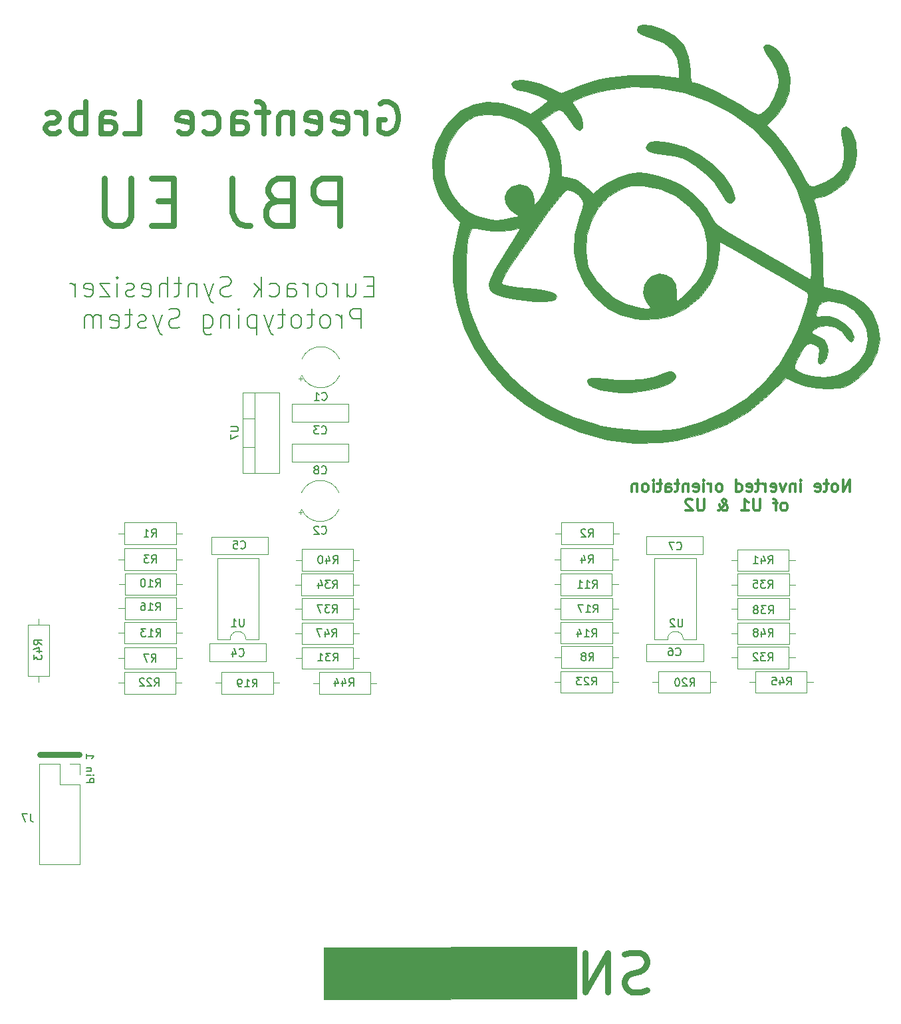
<source format=gbr>
G04 #@! TF.GenerationSoftware,KiCad,Pcbnew,(6.0.1)*
G04 #@! TF.CreationDate,2022-02-18T20:40:05-08:00*
G04 #@! TF.ProjectId,PBJ EU,50424a20-4555-42e6-9b69-6361645f7063,4.9*
G04 #@! TF.SameCoordinates,Original*
G04 #@! TF.FileFunction,Legend,Bot*
G04 #@! TF.FilePolarity,Positive*
%FSLAX46Y46*%
G04 Gerber Fmt 4.6, Leading zero omitted, Abs format (unit mm)*
G04 Created by KiCad (PCBNEW (6.0.1)) date 2022-02-18 20:40:05*
%MOMM*%
%LPD*%
G01*
G04 APERTURE LIST*
%ADD10C,0.750000*%
%ADD11C,0.100000*%
%ADD12C,0.150000*%
%ADD13C,0.650000*%
%ADD14C,0.800000*%
%ADD15C,0.200000*%
%ADD16C,0.300000*%
%ADD17C,0.120000*%
%ADD18C,0.010000*%
G04 APERTURE END LIST*
D10*
X43070000Y-126210000D02*
X48070000Y-126210000D01*
D11*
X111404400Y-157276800D02*
X79248000Y-157327600D01*
X79248000Y-157327600D02*
X79248000Y-150723600D01*
X79248000Y-150723600D02*
X111404400Y-150672800D01*
X111404400Y-150672800D02*
X111404400Y-157276800D01*
G36*
X111404400Y-157276800D02*
G01*
X79248000Y-157327600D01*
X79248000Y-150723600D01*
X111404400Y-150672800D01*
X111404400Y-157276800D01*
G37*
X111404400Y-157276800D02*
X79248000Y-157327600D01*
X79248000Y-150723600D01*
X111404400Y-150672800D01*
X111404400Y-157276800D01*
D12*
X48987619Y-129779523D02*
X49987619Y-129779523D01*
X49987619Y-129398571D01*
X49940000Y-129303333D01*
X49892380Y-129255714D01*
X49797142Y-129208095D01*
X49654285Y-129208095D01*
X49559047Y-129255714D01*
X49511428Y-129303333D01*
X49463809Y-129398571D01*
X49463809Y-129779523D01*
X48987619Y-128779523D02*
X49654285Y-128779523D01*
X49987619Y-128779523D02*
X49940000Y-128827142D01*
X49892380Y-128779523D01*
X49940000Y-128731904D01*
X49987619Y-128779523D01*
X49892380Y-128779523D01*
X49654285Y-128303333D02*
X48987619Y-128303333D01*
X49559047Y-128303333D02*
X49606666Y-128255714D01*
X49654285Y-128160476D01*
X49654285Y-128017619D01*
X49606666Y-127922380D01*
X49511428Y-127874761D01*
X48987619Y-127874761D01*
X48987619Y-126112857D02*
X48987619Y-126684285D01*
X48987619Y-126398571D02*
X49987619Y-126398571D01*
X49844761Y-126493809D01*
X49749523Y-126589047D01*
X49701904Y-126684285D01*
D13*
X86484476Y-43364400D02*
X86865428Y-43173923D01*
X87436857Y-43173923D01*
X88008285Y-43364400D01*
X88389238Y-43745352D01*
X88579714Y-44126304D01*
X88770190Y-44888209D01*
X88770190Y-45459638D01*
X88579714Y-46221542D01*
X88389238Y-46602495D01*
X88008285Y-46983447D01*
X87436857Y-47173923D01*
X87055904Y-47173923D01*
X86484476Y-46983447D01*
X86294000Y-46792971D01*
X86294000Y-45459638D01*
X87055904Y-45459638D01*
X84579714Y-47173923D02*
X84579714Y-44507257D01*
X84579714Y-45269161D02*
X84389238Y-44888209D01*
X84198761Y-44697733D01*
X83817809Y-44507257D01*
X83436857Y-44507257D01*
X80579714Y-46983447D02*
X80960666Y-47173923D01*
X81722571Y-47173923D01*
X82103523Y-46983447D01*
X82294000Y-46602495D01*
X82294000Y-45078685D01*
X82103523Y-44697733D01*
X81722571Y-44507257D01*
X80960666Y-44507257D01*
X80579714Y-44697733D01*
X80389238Y-45078685D01*
X80389238Y-45459638D01*
X82294000Y-45840590D01*
X77151142Y-46983447D02*
X77532095Y-47173923D01*
X78294000Y-47173923D01*
X78674952Y-46983447D01*
X78865428Y-46602495D01*
X78865428Y-45078685D01*
X78674952Y-44697733D01*
X78294000Y-44507257D01*
X77532095Y-44507257D01*
X77151142Y-44697733D01*
X76960666Y-45078685D01*
X76960666Y-45459638D01*
X78865428Y-45840590D01*
X75246380Y-44507257D02*
X75246380Y-47173923D01*
X75246380Y-44888209D02*
X75055904Y-44697733D01*
X74674952Y-44507257D01*
X74103523Y-44507257D01*
X73722571Y-44697733D01*
X73532095Y-45078685D01*
X73532095Y-47173923D01*
X72198761Y-44507257D02*
X70674952Y-44507257D01*
X71627333Y-47173923D02*
X71627333Y-43745352D01*
X71436857Y-43364400D01*
X71055904Y-43173923D01*
X70674952Y-43173923D01*
X67627333Y-47173923D02*
X67627333Y-45078685D01*
X67817809Y-44697733D01*
X68198761Y-44507257D01*
X68960666Y-44507257D01*
X69341619Y-44697733D01*
X67627333Y-46983447D02*
X68008285Y-47173923D01*
X68960666Y-47173923D01*
X69341619Y-46983447D01*
X69532095Y-46602495D01*
X69532095Y-46221542D01*
X69341619Y-45840590D01*
X68960666Y-45650114D01*
X68008285Y-45650114D01*
X67627333Y-45459638D01*
X64008285Y-46983447D02*
X64389238Y-47173923D01*
X65151142Y-47173923D01*
X65532095Y-46983447D01*
X65722571Y-46792971D01*
X65913047Y-46412019D01*
X65913047Y-45269161D01*
X65722571Y-44888209D01*
X65532095Y-44697733D01*
X65151142Y-44507257D01*
X64389238Y-44507257D01*
X64008285Y-44697733D01*
X60770190Y-46983447D02*
X61151142Y-47173923D01*
X61913047Y-47173923D01*
X62294000Y-46983447D01*
X62484476Y-46602495D01*
X62484476Y-45078685D01*
X62294000Y-44697733D01*
X61913047Y-44507257D01*
X61151142Y-44507257D01*
X60770190Y-44697733D01*
X60579714Y-45078685D01*
X60579714Y-45459638D01*
X62484476Y-45840590D01*
X53913047Y-47173923D02*
X55817809Y-47173923D01*
X55817809Y-43173923D01*
X50865428Y-47173923D02*
X50865428Y-45078685D01*
X51055904Y-44697733D01*
X51436857Y-44507257D01*
X52198761Y-44507257D01*
X52579714Y-44697733D01*
X50865428Y-46983447D02*
X51246380Y-47173923D01*
X52198761Y-47173923D01*
X52579714Y-46983447D01*
X52770190Y-46602495D01*
X52770190Y-46221542D01*
X52579714Y-45840590D01*
X52198761Y-45650114D01*
X51246380Y-45650114D01*
X50865428Y-45459638D01*
X48960666Y-47173923D02*
X48960666Y-43173923D01*
X48960666Y-44697733D02*
X48579714Y-44507257D01*
X47817809Y-44507257D01*
X47436857Y-44697733D01*
X47246380Y-44888209D01*
X47055904Y-45269161D01*
X47055904Y-46412019D01*
X47246380Y-46792971D01*
X47436857Y-46983447D01*
X47817809Y-47173923D01*
X48579714Y-47173923D01*
X48960666Y-46983447D01*
X45532095Y-46983447D02*
X45151142Y-47173923D01*
X44389238Y-47173923D01*
X44008285Y-46983447D01*
X43817809Y-46602495D01*
X43817809Y-46412019D01*
X44008285Y-46031066D01*
X44389238Y-45840590D01*
X44960666Y-45840590D01*
X45341619Y-45650114D01*
X45532095Y-45269161D01*
X45532095Y-45078685D01*
X45341619Y-44697733D01*
X44960666Y-44507257D01*
X44389238Y-44507257D01*
X44008285Y-44697733D01*
D14*
X81294000Y-58899085D02*
X81294000Y-52899085D01*
X79008285Y-52899085D01*
X78436857Y-53184800D01*
X78151142Y-53470514D01*
X77865428Y-54041942D01*
X77865428Y-54899085D01*
X78151142Y-55470514D01*
X78436857Y-55756228D01*
X79008285Y-56041942D01*
X81294000Y-56041942D01*
X73294000Y-55756228D02*
X72436857Y-56041942D01*
X72151142Y-56327657D01*
X71865428Y-56899085D01*
X71865428Y-57756228D01*
X72151142Y-58327657D01*
X72436857Y-58613371D01*
X73008285Y-58899085D01*
X75294000Y-58899085D01*
X75294000Y-52899085D01*
X73294000Y-52899085D01*
X72722571Y-53184800D01*
X72436857Y-53470514D01*
X72151142Y-54041942D01*
X72151142Y-54613371D01*
X72436857Y-55184800D01*
X72722571Y-55470514D01*
X73294000Y-55756228D01*
X75294000Y-55756228D01*
X67579714Y-52899085D02*
X67579714Y-57184800D01*
X67865428Y-58041942D01*
X68436857Y-58613371D01*
X69294000Y-58899085D01*
X69865428Y-58899085D01*
X60151142Y-55756228D02*
X58151142Y-55756228D01*
X57294000Y-58899085D02*
X60151142Y-58899085D01*
X60151142Y-52899085D01*
X57294000Y-52899085D01*
X54722571Y-52899085D02*
X54722571Y-57756228D01*
X54436857Y-58327657D01*
X54151142Y-58613371D01*
X53579714Y-58899085D01*
X52436857Y-58899085D01*
X51865428Y-58613371D01*
X51579714Y-58327657D01*
X51294000Y-57756228D01*
X51294000Y-52899085D01*
D15*
X85562266Y-66592128D02*
X84728933Y-66592128D01*
X84371790Y-67901652D02*
X85562266Y-67901652D01*
X85562266Y-65401652D01*
X84371790Y-65401652D01*
X82228933Y-66234985D02*
X82228933Y-67901652D01*
X83300361Y-66234985D02*
X83300361Y-67544509D01*
X83181314Y-67782604D01*
X82943219Y-67901652D01*
X82586076Y-67901652D01*
X82347980Y-67782604D01*
X82228933Y-67663557D01*
X81038457Y-67901652D02*
X81038457Y-66234985D01*
X81038457Y-66711176D02*
X80919409Y-66473080D01*
X80800361Y-66354033D01*
X80562266Y-66234985D01*
X80324171Y-66234985D01*
X79133695Y-67901652D02*
X79371790Y-67782604D01*
X79490838Y-67663557D01*
X79609885Y-67425461D01*
X79609885Y-66711176D01*
X79490838Y-66473080D01*
X79371790Y-66354033D01*
X79133695Y-66234985D01*
X78776552Y-66234985D01*
X78538457Y-66354033D01*
X78419409Y-66473080D01*
X78300361Y-66711176D01*
X78300361Y-67425461D01*
X78419409Y-67663557D01*
X78538457Y-67782604D01*
X78776552Y-67901652D01*
X79133695Y-67901652D01*
X77228933Y-67901652D02*
X77228933Y-66234985D01*
X77228933Y-66711176D02*
X77109885Y-66473080D01*
X76990838Y-66354033D01*
X76752742Y-66234985D01*
X76514647Y-66234985D01*
X74609885Y-67901652D02*
X74609885Y-66592128D01*
X74728933Y-66354033D01*
X74967028Y-66234985D01*
X75443219Y-66234985D01*
X75681314Y-66354033D01*
X74609885Y-67782604D02*
X74847980Y-67901652D01*
X75443219Y-67901652D01*
X75681314Y-67782604D01*
X75800361Y-67544509D01*
X75800361Y-67306414D01*
X75681314Y-67068319D01*
X75443219Y-66949271D01*
X74847980Y-66949271D01*
X74609885Y-66830223D01*
X72347980Y-67782604D02*
X72586076Y-67901652D01*
X73062266Y-67901652D01*
X73300361Y-67782604D01*
X73419409Y-67663557D01*
X73538457Y-67425461D01*
X73538457Y-66711176D01*
X73419409Y-66473080D01*
X73300361Y-66354033D01*
X73062266Y-66234985D01*
X72586076Y-66234985D01*
X72347980Y-66354033D01*
X71276552Y-67901652D02*
X71276552Y-65401652D01*
X71038457Y-66949271D02*
X70324171Y-67901652D01*
X70324171Y-66234985D02*
X71276552Y-67187366D01*
X67467028Y-67782604D02*
X67109885Y-67901652D01*
X66514647Y-67901652D01*
X66276552Y-67782604D01*
X66157504Y-67663557D01*
X66038457Y-67425461D01*
X66038457Y-67187366D01*
X66157504Y-66949271D01*
X66276552Y-66830223D01*
X66514647Y-66711176D01*
X66990838Y-66592128D01*
X67228933Y-66473080D01*
X67347980Y-66354033D01*
X67467028Y-66115938D01*
X67467028Y-65877842D01*
X67347980Y-65639747D01*
X67228933Y-65520700D01*
X66990838Y-65401652D01*
X66395600Y-65401652D01*
X66038457Y-65520700D01*
X65205123Y-66234985D02*
X64609885Y-67901652D01*
X64014647Y-66234985D02*
X64609885Y-67901652D01*
X64847980Y-68496890D01*
X64967028Y-68615938D01*
X65205123Y-68734985D01*
X63062266Y-66234985D02*
X63062266Y-67901652D01*
X63062266Y-66473080D02*
X62943219Y-66354033D01*
X62705123Y-66234985D01*
X62347980Y-66234985D01*
X62109885Y-66354033D01*
X61990838Y-66592128D01*
X61990838Y-67901652D01*
X61157504Y-66234985D02*
X60205123Y-66234985D01*
X60800361Y-65401652D02*
X60800361Y-67544509D01*
X60681314Y-67782604D01*
X60443219Y-67901652D01*
X60205123Y-67901652D01*
X59371790Y-67901652D02*
X59371790Y-65401652D01*
X58300361Y-67901652D02*
X58300361Y-66592128D01*
X58419409Y-66354033D01*
X58657504Y-66234985D01*
X59014647Y-66234985D01*
X59252742Y-66354033D01*
X59371790Y-66473080D01*
X56157504Y-67782604D02*
X56395600Y-67901652D01*
X56871790Y-67901652D01*
X57109885Y-67782604D01*
X57228933Y-67544509D01*
X57228933Y-66592128D01*
X57109885Y-66354033D01*
X56871790Y-66234985D01*
X56395600Y-66234985D01*
X56157504Y-66354033D01*
X56038457Y-66592128D01*
X56038457Y-66830223D01*
X57228933Y-67068319D01*
X55086076Y-67782604D02*
X54847980Y-67901652D01*
X54371790Y-67901652D01*
X54133695Y-67782604D01*
X54014647Y-67544509D01*
X54014647Y-67425461D01*
X54133695Y-67187366D01*
X54371790Y-67068319D01*
X54728933Y-67068319D01*
X54967028Y-66949271D01*
X55086076Y-66711176D01*
X55086076Y-66592128D01*
X54967028Y-66354033D01*
X54728933Y-66234985D01*
X54371790Y-66234985D01*
X54133695Y-66354033D01*
X52943219Y-67901652D02*
X52943219Y-66234985D01*
X52943219Y-65401652D02*
X53062266Y-65520700D01*
X52943219Y-65639747D01*
X52824171Y-65520700D01*
X52943219Y-65401652D01*
X52943219Y-65639747D01*
X51990838Y-66234985D02*
X50681314Y-66234985D01*
X51990838Y-67901652D01*
X50681314Y-67901652D01*
X48776552Y-67782604D02*
X49014647Y-67901652D01*
X49490838Y-67901652D01*
X49728933Y-67782604D01*
X49847980Y-67544509D01*
X49847980Y-66592128D01*
X49728933Y-66354033D01*
X49490838Y-66234985D01*
X49014647Y-66234985D01*
X48776552Y-66354033D01*
X48657504Y-66592128D01*
X48657504Y-66830223D01*
X49847980Y-67068319D01*
X47586076Y-67901652D02*
X47586076Y-66234985D01*
X47586076Y-66711176D02*
X47467028Y-66473080D01*
X47347980Y-66354033D01*
X47109885Y-66234985D01*
X46871790Y-66234985D01*
X84014647Y-71926652D02*
X84014647Y-69426652D01*
X83062266Y-69426652D01*
X82824171Y-69545700D01*
X82705123Y-69664747D01*
X82586076Y-69902842D01*
X82586076Y-70259985D01*
X82705123Y-70498080D01*
X82824171Y-70617128D01*
X83062266Y-70736176D01*
X84014647Y-70736176D01*
X81514647Y-71926652D02*
X81514647Y-70259985D01*
X81514647Y-70736176D02*
X81395600Y-70498080D01*
X81276552Y-70379033D01*
X81038457Y-70259985D01*
X80800361Y-70259985D01*
X79609885Y-71926652D02*
X79847980Y-71807604D01*
X79967028Y-71688557D01*
X80086076Y-71450461D01*
X80086076Y-70736176D01*
X79967028Y-70498080D01*
X79847980Y-70379033D01*
X79609885Y-70259985D01*
X79252742Y-70259985D01*
X79014647Y-70379033D01*
X78895600Y-70498080D01*
X78776552Y-70736176D01*
X78776552Y-71450461D01*
X78895600Y-71688557D01*
X79014647Y-71807604D01*
X79252742Y-71926652D01*
X79609885Y-71926652D01*
X78062266Y-70259985D02*
X77109885Y-70259985D01*
X77705123Y-69426652D02*
X77705123Y-71569509D01*
X77586076Y-71807604D01*
X77347980Y-71926652D01*
X77109885Y-71926652D01*
X75919409Y-71926652D02*
X76157504Y-71807604D01*
X76276552Y-71688557D01*
X76395600Y-71450461D01*
X76395600Y-70736176D01*
X76276552Y-70498080D01*
X76157504Y-70379033D01*
X75919409Y-70259985D01*
X75562266Y-70259985D01*
X75324171Y-70379033D01*
X75205123Y-70498080D01*
X75086076Y-70736176D01*
X75086076Y-71450461D01*
X75205123Y-71688557D01*
X75324171Y-71807604D01*
X75562266Y-71926652D01*
X75919409Y-71926652D01*
X74371790Y-70259985D02*
X73419409Y-70259985D01*
X74014647Y-69426652D02*
X74014647Y-71569509D01*
X73895600Y-71807604D01*
X73657504Y-71926652D01*
X73419409Y-71926652D01*
X72824171Y-70259985D02*
X72228933Y-71926652D01*
X71633695Y-70259985D02*
X72228933Y-71926652D01*
X72467028Y-72521890D01*
X72586076Y-72640938D01*
X72824171Y-72759985D01*
X70681314Y-70259985D02*
X70681314Y-72759985D01*
X70681314Y-70379033D02*
X70443219Y-70259985D01*
X69967028Y-70259985D01*
X69728933Y-70379033D01*
X69609885Y-70498080D01*
X69490838Y-70736176D01*
X69490838Y-71450461D01*
X69609885Y-71688557D01*
X69728933Y-71807604D01*
X69967028Y-71926652D01*
X70443219Y-71926652D01*
X70681314Y-71807604D01*
X68419409Y-71926652D02*
X68419409Y-70259985D01*
X68419409Y-69426652D02*
X68538457Y-69545700D01*
X68419409Y-69664747D01*
X68300361Y-69545700D01*
X68419409Y-69426652D01*
X68419409Y-69664747D01*
X67228933Y-70259985D02*
X67228933Y-71926652D01*
X67228933Y-70498080D02*
X67109885Y-70379033D01*
X66871790Y-70259985D01*
X66514647Y-70259985D01*
X66276552Y-70379033D01*
X66157504Y-70617128D01*
X66157504Y-71926652D01*
X63895600Y-70259985D02*
X63895600Y-72283795D01*
X64014647Y-72521890D01*
X64133695Y-72640938D01*
X64371790Y-72759985D01*
X64728933Y-72759985D01*
X64967028Y-72640938D01*
X63895600Y-71807604D02*
X64133695Y-71926652D01*
X64609885Y-71926652D01*
X64847980Y-71807604D01*
X64967028Y-71688557D01*
X65086076Y-71450461D01*
X65086076Y-70736176D01*
X64967028Y-70498080D01*
X64847980Y-70379033D01*
X64609885Y-70259985D01*
X64133695Y-70259985D01*
X63895600Y-70379033D01*
X60919409Y-71807604D02*
X60562266Y-71926652D01*
X59967028Y-71926652D01*
X59728933Y-71807604D01*
X59609885Y-71688557D01*
X59490838Y-71450461D01*
X59490838Y-71212366D01*
X59609885Y-70974271D01*
X59728933Y-70855223D01*
X59967028Y-70736176D01*
X60443219Y-70617128D01*
X60681314Y-70498080D01*
X60800361Y-70379033D01*
X60919409Y-70140938D01*
X60919409Y-69902842D01*
X60800361Y-69664747D01*
X60681314Y-69545700D01*
X60443219Y-69426652D01*
X59847980Y-69426652D01*
X59490838Y-69545700D01*
X58657504Y-70259985D02*
X58062266Y-71926652D01*
X57467028Y-70259985D02*
X58062266Y-71926652D01*
X58300361Y-72521890D01*
X58419409Y-72640938D01*
X58657504Y-72759985D01*
X56633695Y-71807604D02*
X56395600Y-71926652D01*
X55919409Y-71926652D01*
X55681314Y-71807604D01*
X55562266Y-71569509D01*
X55562266Y-71450461D01*
X55681314Y-71212366D01*
X55919409Y-71093319D01*
X56276552Y-71093319D01*
X56514647Y-70974271D01*
X56633695Y-70736176D01*
X56633695Y-70617128D01*
X56514647Y-70379033D01*
X56276552Y-70259985D01*
X55919409Y-70259985D01*
X55681314Y-70379033D01*
X54847980Y-70259985D02*
X53895600Y-70259985D01*
X54490838Y-69426652D02*
X54490838Y-71569509D01*
X54371790Y-71807604D01*
X54133695Y-71926652D01*
X53895600Y-71926652D01*
X52109885Y-71807604D02*
X52347980Y-71926652D01*
X52824171Y-71926652D01*
X53062266Y-71807604D01*
X53181314Y-71569509D01*
X53181314Y-70617128D01*
X53062266Y-70379033D01*
X52824171Y-70259985D01*
X52347980Y-70259985D01*
X52109885Y-70379033D01*
X51990838Y-70617128D01*
X51990838Y-70855223D01*
X53181314Y-71093319D01*
X50919409Y-71926652D02*
X50919409Y-70259985D01*
X50919409Y-70498080D02*
X50800361Y-70379033D01*
X50562266Y-70259985D01*
X50205123Y-70259985D01*
X49967028Y-70379033D01*
X49847980Y-70617128D01*
X49847980Y-71926652D01*
X49847980Y-70617128D02*
X49728933Y-70379033D01*
X49490838Y-70259985D01*
X49133695Y-70259985D01*
X48895600Y-70379033D01*
X48776552Y-70617128D01*
X48776552Y-71926652D01*
D10*
X120379619Y-156151009D02*
X119665333Y-156389104D01*
X118474857Y-156389104D01*
X117998666Y-156151009D01*
X117760571Y-155912914D01*
X117522476Y-155436723D01*
X117522476Y-154960533D01*
X117760571Y-154484342D01*
X117998666Y-154246247D01*
X118474857Y-154008152D01*
X119427238Y-153770057D01*
X119903428Y-153531961D01*
X120141523Y-153293866D01*
X120379619Y-152817676D01*
X120379619Y-152341485D01*
X120141523Y-151865295D01*
X119903428Y-151627200D01*
X119427238Y-151389104D01*
X118236761Y-151389104D01*
X117522476Y-151627200D01*
X115379619Y-156389104D02*
X115379619Y-151389104D01*
X112522476Y-156389104D01*
X112522476Y-151389104D01*
D16*
X146203771Y-92739871D02*
X146203771Y-91239871D01*
X145346628Y-92739871D01*
X145346628Y-91239871D01*
X144418057Y-92739871D02*
X144560914Y-92668442D01*
X144632342Y-92597014D01*
X144703771Y-92454157D01*
X144703771Y-92025585D01*
X144632342Y-91882728D01*
X144560914Y-91811300D01*
X144418057Y-91739871D01*
X144203771Y-91739871D01*
X144060914Y-91811300D01*
X143989485Y-91882728D01*
X143918057Y-92025585D01*
X143918057Y-92454157D01*
X143989485Y-92597014D01*
X144060914Y-92668442D01*
X144203771Y-92739871D01*
X144418057Y-92739871D01*
X143489485Y-91739871D02*
X142918057Y-91739871D01*
X143275200Y-91239871D02*
X143275200Y-92525585D01*
X143203771Y-92668442D01*
X143060914Y-92739871D01*
X142918057Y-92739871D01*
X141846628Y-92668442D02*
X141989485Y-92739871D01*
X142275200Y-92739871D01*
X142418057Y-92668442D01*
X142489485Y-92525585D01*
X142489485Y-91954157D01*
X142418057Y-91811300D01*
X142275200Y-91739871D01*
X141989485Y-91739871D01*
X141846628Y-91811300D01*
X141775200Y-91954157D01*
X141775200Y-92097014D01*
X142489485Y-92239871D01*
X139989485Y-92739871D02*
X139989485Y-91739871D01*
X139989485Y-91239871D02*
X140060914Y-91311300D01*
X139989485Y-91382728D01*
X139918057Y-91311300D01*
X139989485Y-91239871D01*
X139989485Y-91382728D01*
X139275200Y-91739871D02*
X139275200Y-92739871D01*
X139275200Y-91882728D02*
X139203771Y-91811300D01*
X139060914Y-91739871D01*
X138846628Y-91739871D01*
X138703771Y-91811300D01*
X138632342Y-91954157D01*
X138632342Y-92739871D01*
X138060914Y-91739871D02*
X137703771Y-92739871D01*
X137346628Y-91739871D01*
X136203771Y-92668442D02*
X136346628Y-92739871D01*
X136632342Y-92739871D01*
X136775200Y-92668442D01*
X136846628Y-92525585D01*
X136846628Y-91954157D01*
X136775200Y-91811300D01*
X136632342Y-91739871D01*
X136346628Y-91739871D01*
X136203771Y-91811300D01*
X136132342Y-91954157D01*
X136132342Y-92097014D01*
X136846628Y-92239871D01*
X135489485Y-92739871D02*
X135489485Y-91739871D01*
X135489485Y-92025585D02*
X135418057Y-91882728D01*
X135346628Y-91811300D01*
X135203771Y-91739871D01*
X135060914Y-91739871D01*
X134775200Y-91739871D02*
X134203771Y-91739871D01*
X134560914Y-91239871D02*
X134560914Y-92525585D01*
X134489485Y-92668442D01*
X134346628Y-92739871D01*
X134203771Y-92739871D01*
X133132342Y-92668442D02*
X133275200Y-92739871D01*
X133560914Y-92739871D01*
X133703771Y-92668442D01*
X133775200Y-92525585D01*
X133775200Y-91954157D01*
X133703771Y-91811300D01*
X133560914Y-91739871D01*
X133275200Y-91739871D01*
X133132342Y-91811300D01*
X133060914Y-91954157D01*
X133060914Y-92097014D01*
X133775200Y-92239871D01*
X131775200Y-92739871D02*
X131775200Y-91239871D01*
X131775200Y-92668442D02*
X131918057Y-92739871D01*
X132203771Y-92739871D01*
X132346628Y-92668442D01*
X132418057Y-92597014D01*
X132489485Y-92454157D01*
X132489485Y-92025585D01*
X132418057Y-91882728D01*
X132346628Y-91811300D01*
X132203771Y-91739871D01*
X131918057Y-91739871D01*
X131775200Y-91811300D01*
X129703771Y-92739871D02*
X129846628Y-92668442D01*
X129918057Y-92597014D01*
X129989485Y-92454157D01*
X129989485Y-92025585D01*
X129918057Y-91882728D01*
X129846628Y-91811300D01*
X129703771Y-91739871D01*
X129489485Y-91739871D01*
X129346628Y-91811300D01*
X129275200Y-91882728D01*
X129203771Y-92025585D01*
X129203771Y-92454157D01*
X129275200Y-92597014D01*
X129346628Y-92668442D01*
X129489485Y-92739871D01*
X129703771Y-92739871D01*
X128560914Y-92739871D02*
X128560914Y-91739871D01*
X128560914Y-92025585D02*
X128489485Y-91882728D01*
X128418057Y-91811300D01*
X128275200Y-91739871D01*
X128132342Y-91739871D01*
X127632342Y-92739871D02*
X127632342Y-91739871D01*
X127632342Y-91239871D02*
X127703771Y-91311300D01*
X127632342Y-91382728D01*
X127560914Y-91311300D01*
X127632342Y-91239871D01*
X127632342Y-91382728D01*
X126346628Y-92668442D02*
X126489485Y-92739871D01*
X126775200Y-92739871D01*
X126918057Y-92668442D01*
X126989485Y-92525585D01*
X126989485Y-91954157D01*
X126918057Y-91811300D01*
X126775200Y-91739871D01*
X126489485Y-91739871D01*
X126346628Y-91811300D01*
X126275200Y-91954157D01*
X126275200Y-92097014D01*
X126989485Y-92239871D01*
X125632342Y-91739871D02*
X125632342Y-92739871D01*
X125632342Y-91882728D02*
X125560914Y-91811300D01*
X125418057Y-91739871D01*
X125203771Y-91739871D01*
X125060914Y-91811300D01*
X124989485Y-91954157D01*
X124989485Y-92739871D01*
X124489485Y-91739871D02*
X123918057Y-91739871D01*
X124275200Y-91239871D02*
X124275200Y-92525585D01*
X124203771Y-92668442D01*
X124060914Y-92739871D01*
X123918057Y-92739871D01*
X122775200Y-92739871D02*
X122775200Y-91954157D01*
X122846628Y-91811300D01*
X122989485Y-91739871D01*
X123275200Y-91739871D01*
X123418057Y-91811300D01*
X122775200Y-92668442D02*
X122918057Y-92739871D01*
X123275200Y-92739871D01*
X123418057Y-92668442D01*
X123489485Y-92525585D01*
X123489485Y-92382728D01*
X123418057Y-92239871D01*
X123275200Y-92168442D01*
X122918057Y-92168442D01*
X122775200Y-92097014D01*
X122275200Y-91739871D02*
X121703771Y-91739871D01*
X122060914Y-91239871D02*
X122060914Y-92525585D01*
X121989485Y-92668442D01*
X121846628Y-92739871D01*
X121703771Y-92739871D01*
X121203771Y-92739871D02*
X121203771Y-91739871D01*
X121203771Y-91239871D02*
X121275200Y-91311300D01*
X121203771Y-91382728D01*
X121132342Y-91311300D01*
X121203771Y-91239871D01*
X121203771Y-91382728D01*
X120275200Y-92739871D02*
X120418057Y-92668442D01*
X120489485Y-92597014D01*
X120560914Y-92454157D01*
X120560914Y-92025585D01*
X120489485Y-91882728D01*
X120418057Y-91811300D01*
X120275200Y-91739871D01*
X120060914Y-91739871D01*
X119918057Y-91811300D01*
X119846628Y-91882728D01*
X119775200Y-92025585D01*
X119775200Y-92454157D01*
X119846628Y-92597014D01*
X119918057Y-92668442D01*
X120060914Y-92739871D01*
X120275200Y-92739871D01*
X119132342Y-91739871D02*
X119132342Y-92739871D01*
X119132342Y-91882728D02*
X119060914Y-91811300D01*
X118918057Y-91739871D01*
X118703771Y-91739871D01*
X118560914Y-91811300D01*
X118489485Y-91954157D01*
X118489485Y-92739871D01*
X137953771Y-95154871D02*
X138096628Y-95083442D01*
X138168057Y-95012014D01*
X138239485Y-94869157D01*
X138239485Y-94440585D01*
X138168057Y-94297728D01*
X138096628Y-94226300D01*
X137953771Y-94154871D01*
X137739485Y-94154871D01*
X137596628Y-94226300D01*
X137525200Y-94297728D01*
X137453771Y-94440585D01*
X137453771Y-94869157D01*
X137525200Y-95012014D01*
X137596628Y-95083442D01*
X137739485Y-95154871D01*
X137953771Y-95154871D01*
X137025200Y-94154871D02*
X136453771Y-94154871D01*
X136810914Y-95154871D02*
X136810914Y-93869157D01*
X136739485Y-93726300D01*
X136596628Y-93654871D01*
X136453771Y-93654871D01*
X134810914Y-93654871D02*
X134810914Y-94869157D01*
X134739485Y-95012014D01*
X134668057Y-95083442D01*
X134525200Y-95154871D01*
X134239485Y-95154871D01*
X134096628Y-95083442D01*
X134025200Y-95012014D01*
X133953771Y-94869157D01*
X133953771Y-93654871D01*
X132453771Y-95154871D02*
X133310914Y-95154871D01*
X132882342Y-95154871D02*
X132882342Y-93654871D01*
X133025200Y-93869157D01*
X133168057Y-94012014D01*
X133310914Y-94083442D01*
X129453771Y-95154871D02*
X129525200Y-95154871D01*
X129668057Y-95083442D01*
X129882342Y-94869157D01*
X130239485Y-94440585D01*
X130382342Y-94226300D01*
X130453771Y-94012014D01*
X130453771Y-93869157D01*
X130382342Y-93726300D01*
X130239485Y-93654871D01*
X130168057Y-93654871D01*
X130025200Y-93726300D01*
X129953771Y-93869157D01*
X129953771Y-93940585D01*
X130025200Y-94083442D01*
X130096628Y-94154871D01*
X130525200Y-94440585D01*
X130596628Y-94512014D01*
X130668057Y-94654871D01*
X130668057Y-94869157D01*
X130596628Y-95012014D01*
X130525200Y-95083442D01*
X130382342Y-95154871D01*
X130168057Y-95154871D01*
X130025200Y-95083442D01*
X129953771Y-95012014D01*
X129739485Y-94726300D01*
X129668057Y-94512014D01*
X129668057Y-94369157D01*
X127668057Y-93654871D02*
X127668057Y-94869157D01*
X127596628Y-95012014D01*
X127525200Y-95083442D01*
X127382342Y-95154871D01*
X127096628Y-95154871D01*
X126953771Y-95083442D01*
X126882342Y-95012014D01*
X126810914Y-94869157D01*
X126810914Y-93654871D01*
X126168057Y-93797728D02*
X126096628Y-93726300D01*
X125953771Y-93654871D01*
X125596628Y-93654871D01*
X125453771Y-93726300D01*
X125382342Y-93797728D01*
X125310914Y-93940585D01*
X125310914Y-94083442D01*
X125382342Y-94297728D01*
X126239485Y-95154871D01*
X125310914Y-95154871D01*
D12*
X79019066Y-81018342D02*
X79066685Y-81065961D01*
X79209542Y-81113580D01*
X79304780Y-81113580D01*
X79447638Y-81065961D01*
X79542876Y-80970723D01*
X79590495Y-80875485D01*
X79638114Y-80685009D01*
X79638114Y-80542152D01*
X79590495Y-80351676D01*
X79542876Y-80256438D01*
X79447638Y-80161200D01*
X79304780Y-80113580D01*
X79209542Y-80113580D01*
X79066685Y-80161200D01*
X79019066Y-80208819D01*
X78066685Y-81113580D02*
X78638114Y-81113580D01*
X78352400Y-81113580D02*
X78352400Y-80113580D01*
X78447638Y-80256438D01*
X78542876Y-80351676D01*
X78638114Y-80399295D01*
X43322380Y-112207142D02*
X42846190Y-111873809D01*
X43322380Y-111635714D02*
X42322380Y-111635714D01*
X42322380Y-112016666D01*
X42370000Y-112111904D01*
X42417619Y-112159523D01*
X42512857Y-112207142D01*
X42655714Y-112207142D01*
X42750952Y-112159523D01*
X42798571Y-112111904D01*
X42846190Y-112016666D01*
X42846190Y-111635714D01*
X42655714Y-113064285D02*
X43322380Y-113064285D01*
X42274761Y-112826190D02*
X42989047Y-112588095D01*
X42989047Y-113207142D01*
X42322380Y-113492857D02*
X42322380Y-114111904D01*
X42703333Y-113778571D01*
X42703333Y-113921428D01*
X42750952Y-114016666D01*
X42798571Y-114064285D01*
X42893809Y-114111904D01*
X43131904Y-114111904D01*
X43227142Y-114064285D01*
X43274761Y-114016666D01*
X43322380Y-113921428D01*
X43322380Y-113635714D01*
X43274761Y-113540476D01*
X43227142Y-113492857D01*
X69081904Y-108902380D02*
X69081904Y-109711904D01*
X69034285Y-109807142D01*
X68986666Y-109854761D01*
X68891428Y-109902380D01*
X68700952Y-109902380D01*
X68605714Y-109854761D01*
X68558095Y-109807142D01*
X68510476Y-109711904D01*
X68510476Y-108902380D01*
X67510476Y-109902380D02*
X68081904Y-109902380D01*
X67796190Y-109902380D02*
X67796190Y-108902380D01*
X67891428Y-109045238D01*
X67986666Y-109140476D01*
X68081904Y-109188095D01*
X80302857Y-111202380D02*
X80636190Y-110726190D01*
X80874285Y-111202380D02*
X80874285Y-110202380D01*
X80493333Y-110202380D01*
X80398095Y-110250000D01*
X80350476Y-110297619D01*
X80302857Y-110392857D01*
X80302857Y-110535714D01*
X80350476Y-110630952D01*
X80398095Y-110678571D01*
X80493333Y-110726190D01*
X80874285Y-110726190D01*
X79445714Y-110535714D02*
X79445714Y-111202380D01*
X79683809Y-110154761D02*
X79921904Y-110869047D01*
X79302857Y-110869047D01*
X79017142Y-110202380D02*
X78350476Y-110202380D01*
X78779047Y-111202380D01*
X82462857Y-117492380D02*
X82796190Y-117016190D01*
X83034285Y-117492380D02*
X83034285Y-116492380D01*
X82653333Y-116492380D01*
X82558095Y-116540000D01*
X82510476Y-116587619D01*
X82462857Y-116682857D01*
X82462857Y-116825714D01*
X82510476Y-116920952D01*
X82558095Y-116968571D01*
X82653333Y-117016190D01*
X83034285Y-117016190D01*
X81605714Y-116825714D02*
X81605714Y-117492380D01*
X81843809Y-116444761D02*
X82081904Y-117159047D01*
X81462857Y-117159047D01*
X80653333Y-116825714D02*
X80653333Y-117492380D01*
X80891428Y-116444761D02*
X81129523Y-117159047D01*
X80510476Y-117159047D01*
X80332857Y-108122380D02*
X80666190Y-107646190D01*
X80904285Y-108122380D02*
X80904285Y-107122380D01*
X80523333Y-107122380D01*
X80428095Y-107170000D01*
X80380476Y-107217619D01*
X80332857Y-107312857D01*
X80332857Y-107455714D01*
X80380476Y-107550952D01*
X80428095Y-107598571D01*
X80523333Y-107646190D01*
X80904285Y-107646190D01*
X79999523Y-107122380D02*
X79380476Y-107122380D01*
X79713809Y-107503333D01*
X79570952Y-107503333D01*
X79475714Y-107550952D01*
X79428095Y-107598571D01*
X79380476Y-107693809D01*
X79380476Y-107931904D01*
X79428095Y-108027142D01*
X79475714Y-108074761D01*
X79570952Y-108122380D01*
X79856666Y-108122380D01*
X79951904Y-108074761D01*
X79999523Y-108027142D01*
X79047142Y-107122380D02*
X78380476Y-107122380D01*
X78809047Y-108122380D01*
X57682857Y-117482380D02*
X58016190Y-117006190D01*
X58254285Y-117482380D02*
X58254285Y-116482380D01*
X57873333Y-116482380D01*
X57778095Y-116530000D01*
X57730476Y-116577619D01*
X57682857Y-116672857D01*
X57682857Y-116815714D01*
X57730476Y-116910952D01*
X57778095Y-116958571D01*
X57873333Y-117006190D01*
X58254285Y-117006190D01*
X57301904Y-116577619D02*
X57254285Y-116530000D01*
X57159047Y-116482380D01*
X56920952Y-116482380D01*
X56825714Y-116530000D01*
X56778095Y-116577619D01*
X56730476Y-116672857D01*
X56730476Y-116768095D01*
X56778095Y-116910952D01*
X57349523Y-117482380D01*
X56730476Y-117482380D01*
X56349523Y-116577619D02*
X56301904Y-116530000D01*
X56206666Y-116482380D01*
X55968571Y-116482380D01*
X55873333Y-116530000D01*
X55825714Y-116577619D01*
X55778095Y-116672857D01*
X55778095Y-116768095D01*
X55825714Y-116910952D01*
X56397142Y-117482380D01*
X55778095Y-117482380D01*
X57842857Y-107852380D02*
X58176190Y-107376190D01*
X58414285Y-107852380D02*
X58414285Y-106852380D01*
X58033333Y-106852380D01*
X57938095Y-106900000D01*
X57890476Y-106947619D01*
X57842857Y-107042857D01*
X57842857Y-107185714D01*
X57890476Y-107280952D01*
X57938095Y-107328571D01*
X58033333Y-107376190D01*
X58414285Y-107376190D01*
X56890476Y-107852380D02*
X57461904Y-107852380D01*
X57176190Y-107852380D02*
X57176190Y-106852380D01*
X57271428Y-106995238D01*
X57366666Y-107090476D01*
X57461904Y-107138095D01*
X56033333Y-106852380D02*
X56223809Y-106852380D01*
X56319047Y-106900000D01*
X56366666Y-106947619D01*
X56461904Y-107090476D01*
X56509523Y-107280952D01*
X56509523Y-107661904D01*
X56461904Y-107757142D01*
X56414285Y-107804761D01*
X56319047Y-107852380D01*
X56128571Y-107852380D01*
X56033333Y-107804761D01*
X55985714Y-107757142D01*
X55938095Y-107661904D01*
X55938095Y-107423809D01*
X55985714Y-107328571D01*
X56033333Y-107280952D01*
X56128571Y-107233333D01*
X56319047Y-107233333D01*
X56414285Y-107280952D01*
X56461904Y-107328571D01*
X56509523Y-107423809D01*
X57296666Y-114392380D02*
X57630000Y-113916190D01*
X57868095Y-114392380D02*
X57868095Y-113392380D01*
X57487142Y-113392380D01*
X57391904Y-113440000D01*
X57344285Y-113487619D01*
X57296666Y-113582857D01*
X57296666Y-113725714D01*
X57344285Y-113820952D01*
X57391904Y-113868571D01*
X57487142Y-113916190D01*
X57868095Y-113916190D01*
X56963333Y-113392380D02*
X56296666Y-113392380D01*
X56725238Y-114392380D01*
X70162857Y-117582380D02*
X70496190Y-117106190D01*
X70734285Y-117582380D02*
X70734285Y-116582380D01*
X70353333Y-116582380D01*
X70258095Y-116630000D01*
X70210476Y-116677619D01*
X70162857Y-116772857D01*
X70162857Y-116915714D01*
X70210476Y-117010952D01*
X70258095Y-117058571D01*
X70353333Y-117106190D01*
X70734285Y-117106190D01*
X69210476Y-117582380D02*
X69781904Y-117582380D01*
X69496190Y-117582380D02*
X69496190Y-116582380D01*
X69591428Y-116725238D01*
X69686666Y-116820476D01*
X69781904Y-116868095D01*
X68734285Y-117582380D02*
X68543809Y-117582380D01*
X68448571Y-117534761D01*
X68400952Y-117487142D01*
X68305714Y-117344285D01*
X68258095Y-117153809D01*
X68258095Y-116772857D01*
X68305714Y-116677619D01*
X68353333Y-116630000D01*
X68448571Y-116582380D01*
X68639047Y-116582380D01*
X68734285Y-116630000D01*
X68781904Y-116677619D01*
X68829523Y-116772857D01*
X68829523Y-117010952D01*
X68781904Y-117106190D01*
X68734285Y-117153809D01*
X68639047Y-117201428D01*
X68448571Y-117201428D01*
X68353333Y-117153809D01*
X68305714Y-117106190D01*
X68258095Y-117010952D01*
X57842857Y-104852380D02*
X58176190Y-104376190D01*
X58414285Y-104852380D02*
X58414285Y-103852380D01*
X58033333Y-103852380D01*
X57938095Y-103900000D01*
X57890476Y-103947619D01*
X57842857Y-104042857D01*
X57842857Y-104185714D01*
X57890476Y-104280952D01*
X57938095Y-104328571D01*
X58033333Y-104376190D01*
X58414285Y-104376190D01*
X56890476Y-104852380D02*
X57461904Y-104852380D01*
X57176190Y-104852380D02*
X57176190Y-103852380D01*
X57271428Y-103995238D01*
X57366666Y-104090476D01*
X57461904Y-104138095D01*
X56271428Y-103852380D02*
X56176190Y-103852380D01*
X56080952Y-103900000D01*
X56033333Y-103947619D01*
X55985714Y-104042857D01*
X55938095Y-104233333D01*
X55938095Y-104471428D01*
X55985714Y-104661904D01*
X56033333Y-104757142D01*
X56080952Y-104804761D01*
X56176190Y-104852380D01*
X56271428Y-104852380D01*
X56366666Y-104804761D01*
X56414285Y-104757142D01*
X56461904Y-104661904D01*
X56509523Y-104471428D01*
X56509523Y-104233333D01*
X56461904Y-104042857D01*
X56414285Y-103947619D01*
X56366666Y-103900000D01*
X56271428Y-103852380D01*
X57882857Y-111162380D02*
X58216190Y-110686190D01*
X58454285Y-111162380D02*
X58454285Y-110162380D01*
X58073333Y-110162380D01*
X57978095Y-110210000D01*
X57930476Y-110257619D01*
X57882857Y-110352857D01*
X57882857Y-110495714D01*
X57930476Y-110590952D01*
X57978095Y-110638571D01*
X58073333Y-110686190D01*
X58454285Y-110686190D01*
X56930476Y-111162380D02*
X57501904Y-111162380D01*
X57216190Y-111162380D02*
X57216190Y-110162380D01*
X57311428Y-110305238D01*
X57406666Y-110400476D01*
X57501904Y-110448095D01*
X56597142Y-110162380D02*
X55978095Y-110162380D01*
X56311428Y-110543333D01*
X56168571Y-110543333D01*
X56073333Y-110590952D01*
X56025714Y-110638571D01*
X55978095Y-110733809D01*
X55978095Y-110971904D01*
X56025714Y-111067142D01*
X56073333Y-111114761D01*
X56168571Y-111162380D01*
X56454285Y-111162380D01*
X56549523Y-111114761D01*
X56597142Y-111067142D01*
X124066666Y-113507142D02*
X124114285Y-113554761D01*
X124257142Y-113602380D01*
X124352380Y-113602380D01*
X124495238Y-113554761D01*
X124590476Y-113459523D01*
X124638095Y-113364285D01*
X124685714Y-113173809D01*
X124685714Y-113030952D01*
X124638095Y-112840476D01*
X124590476Y-112745238D01*
X124495238Y-112650000D01*
X124352380Y-112602380D01*
X124257142Y-112602380D01*
X124114285Y-112650000D01*
X124066666Y-112697619D01*
X123209523Y-112602380D02*
X123400000Y-112602380D01*
X123495238Y-112650000D01*
X123542857Y-112697619D01*
X123638095Y-112840476D01*
X123685714Y-113030952D01*
X123685714Y-113411904D01*
X123638095Y-113507142D01*
X123590476Y-113554761D01*
X123495238Y-113602380D01*
X123304761Y-113602380D01*
X123209523Y-113554761D01*
X123161904Y-113507142D01*
X123114285Y-113411904D01*
X123114285Y-113173809D01*
X123161904Y-113078571D01*
X123209523Y-113030952D01*
X123304761Y-112983333D01*
X123495238Y-112983333D01*
X123590476Y-113030952D01*
X123638095Y-113078571D01*
X123685714Y-113173809D01*
X68466666Y-113607142D02*
X68514285Y-113654761D01*
X68657142Y-113702380D01*
X68752380Y-113702380D01*
X68895238Y-113654761D01*
X68990476Y-113559523D01*
X69038095Y-113464285D01*
X69085714Y-113273809D01*
X69085714Y-113130952D01*
X69038095Y-112940476D01*
X68990476Y-112845238D01*
X68895238Y-112750000D01*
X68752380Y-112702380D01*
X68657142Y-112702380D01*
X68514285Y-112750000D01*
X68466666Y-112797619D01*
X67609523Y-113035714D02*
X67609523Y-113702380D01*
X67847619Y-112654761D02*
X68085714Y-113369047D01*
X67466666Y-113369047D01*
X124166666Y-100057142D02*
X124214285Y-100104761D01*
X124357142Y-100152380D01*
X124452380Y-100152380D01*
X124595238Y-100104761D01*
X124690476Y-100009523D01*
X124738095Y-99914285D01*
X124785714Y-99723809D01*
X124785714Y-99580952D01*
X124738095Y-99390476D01*
X124690476Y-99295238D01*
X124595238Y-99200000D01*
X124452380Y-99152380D01*
X124357142Y-99152380D01*
X124214285Y-99200000D01*
X124166666Y-99247619D01*
X123833333Y-99152380D02*
X123166666Y-99152380D01*
X123595238Y-100152380D01*
X135852857Y-111172380D02*
X136186190Y-110696190D01*
X136424285Y-111172380D02*
X136424285Y-110172380D01*
X136043333Y-110172380D01*
X135948095Y-110220000D01*
X135900476Y-110267619D01*
X135852857Y-110362857D01*
X135852857Y-110505714D01*
X135900476Y-110600952D01*
X135948095Y-110648571D01*
X136043333Y-110696190D01*
X136424285Y-110696190D01*
X134995714Y-110505714D02*
X134995714Y-111172380D01*
X135233809Y-110124761D02*
X135471904Y-110839047D01*
X134852857Y-110839047D01*
X134329047Y-110600952D02*
X134424285Y-110553333D01*
X134471904Y-110505714D01*
X134519523Y-110410476D01*
X134519523Y-110362857D01*
X134471904Y-110267619D01*
X134424285Y-110220000D01*
X134329047Y-110172380D01*
X134138571Y-110172380D01*
X134043333Y-110220000D01*
X133995714Y-110267619D01*
X133948095Y-110362857D01*
X133948095Y-110410476D01*
X133995714Y-110505714D01*
X134043333Y-110553333D01*
X134138571Y-110600952D01*
X134329047Y-110600952D01*
X134424285Y-110648571D01*
X134471904Y-110696190D01*
X134519523Y-110791428D01*
X134519523Y-110981904D01*
X134471904Y-111077142D01*
X134424285Y-111124761D01*
X134329047Y-111172380D01*
X134138571Y-111172380D01*
X134043333Y-111124761D01*
X133995714Y-111077142D01*
X133948095Y-110981904D01*
X133948095Y-110791428D01*
X133995714Y-110696190D01*
X134043333Y-110648571D01*
X134138571Y-110600952D01*
X138202857Y-117342380D02*
X138536190Y-116866190D01*
X138774285Y-117342380D02*
X138774285Y-116342380D01*
X138393333Y-116342380D01*
X138298095Y-116390000D01*
X138250476Y-116437619D01*
X138202857Y-116532857D01*
X138202857Y-116675714D01*
X138250476Y-116770952D01*
X138298095Y-116818571D01*
X138393333Y-116866190D01*
X138774285Y-116866190D01*
X137345714Y-116675714D02*
X137345714Y-117342380D01*
X137583809Y-116294761D02*
X137821904Y-117009047D01*
X137202857Y-117009047D01*
X136345714Y-116342380D02*
X136821904Y-116342380D01*
X136869523Y-116818571D01*
X136821904Y-116770952D01*
X136726666Y-116723333D01*
X136488571Y-116723333D01*
X136393333Y-116770952D01*
X136345714Y-116818571D01*
X136298095Y-116913809D01*
X136298095Y-117151904D01*
X136345714Y-117247142D01*
X136393333Y-117294761D01*
X136488571Y-117342380D01*
X136726666Y-117342380D01*
X136821904Y-117294761D01*
X136869523Y-117247142D01*
X135822857Y-114272380D02*
X136156190Y-113796190D01*
X136394285Y-114272380D02*
X136394285Y-113272380D01*
X136013333Y-113272380D01*
X135918095Y-113320000D01*
X135870476Y-113367619D01*
X135822857Y-113462857D01*
X135822857Y-113605714D01*
X135870476Y-113700952D01*
X135918095Y-113748571D01*
X136013333Y-113796190D01*
X136394285Y-113796190D01*
X135489523Y-113272380D02*
X134870476Y-113272380D01*
X135203809Y-113653333D01*
X135060952Y-113653333D01*
X134965714Y-113700952D01*
X134918095Y-113748571D01*
X134870476Y-113843809D01*
X134870476Y-114081904D01*
X134918095Y-114177142D01*
X134965714Y-114224761D01*
X135060952Y-114272380D01*
X135346666Y-114272380D01*
X135441904Y-114224761D01*
X135489523Y-114177142D01*
X134489523Y-113367619D02*
X134441904Y-113320000D01*
X134346666Y-113272380D01*
X134108571Y-113272380D01*
X134013333Y-113320000D01*
X133965714Y-113367619D01*
X133918095Y-113462857D01*
X133918095Y-113558095D01*
X133965714Y-113700952D01*
X134537142Y-114272380D01*
X133918095Y-114272380D01*
X112996666Y-114252380D02*
X113330000Y-113776190D01*
X113568095Y-114252380D02*
X113568095Y-113252380D01*
X113187142Y-113252380D01*
X113091904Y-113300000D01*
X113044285Y-113347619D01*
X112996666Y-113442857D01*
X112996666Y-113585714D01*
X113044285Y-113680952D01*
X113091904Y-113728571D01*
X113187142Y-113776190D01*
X113568095Y-113776190D01*
X112425238Y-113680952D02*
X112520476Y-113633333D01*
X112568095Y-113585714D01*
X112615714Y-113490476D01*
X112615714Y-113442857D01*
X112568095Y-113347619D01*
X112520476Y-113300000D01*
X112425238Y-113252380D01*
X112234761Y-113252380D01*
X112139523Y-113300000D01*
X112091904Y-113347619D01*
X112044285Y-113442857D01*
X112044285Y-113490476D01*
X112091904Y-113585714D01*
X112139523Y-113633333D01*
X112234761Y-113680952D01*
X112425238Y-113680952D01*
X112520476Y-113728571D01*
X112568095Y-113776190D01*
X112615714Y-113871428D01*
X112615714Y-114061904D01*
X112568095Y-114157142D01*
X112520476Y-114204761D01*
X112425238Y-114252380D01*
X112234761Y-114252380D01*
X112139523Y-114204761D01*
X112091904Y-114157142D01*
X112044285Y-114061904D01*
X112044285Y-113871428D01*
X112091904Y-113776190D01*
X112139523Y-113728571D01*
X112234761Y-113680952D01*
X135872857Y-108262380D02*
X136206190Y-107786190D01*
X136444285Y-108262380D02*
X136444285Y-107262380D01*
X136063333Y-107262380D01*
X135968095Y-107310000D01*
X135920476Y-107357619D01*
X135872857Y-107452857D01*
X135872857Y-107595714D01*
X135920476Y-107690952D01*
X135968095Y-107738571D01*
X136063333Y-107786190D01*
X136444285Y-107786190D01*
X135539523Y-107262380D02*
X134920476Y-107262380D01*
X135253809Y-107643333D01*
X135110952Y-107643333D01*
X135015714Y-107690952D01*
X134968095Y-107738571D01*
X134920476Y-107833809D01*
X134920476Y-108071904D01*
X134968095Y-108167142D01*
X135015714Y-108214761D01*
X135110952Y-108262380D01*
X135396666Y-108262380D01*
X135491904Y-108214761D01*
X135539523Y-108167142D01*
X134349047Y-107690952D02*
X134444285Y-107643333D01*
X134491904Y-107595714D01*
X134539523Y-107500476D01*
X134539523Y-107452857D01*
X134491904Y-107357619D01*
X134444285Y-107310000D01*
X134349047Y-107262380D01*
X134158571Y-107262380D01*
X134063333Y-107310000D01*
X134015714Y-107357619D01*
X133968095Y-107452857D01*
X133968095Y-107500476D01*
X134015714Y-107595714D01*
X134063333Y-107643333D01*
X134158571Y-107690952D01*
X134349047Y-107690952D01*
X134444285Y-107738571D01*
X134491904Y-107786190D01*
X134539523Y-107881428D01*
X134539523Y-108071904D01*
X134491904Y-108167142D01*
X134444285Y-108214761D01*
X134349047Y-108262380D01*
X134158571Y-108262380D01*
X134063333Y-108214761D01*
X134015714Y-108167142D01*
X133968095Y-108071904D01*
X133968095Y-107881428D01*
X134015714Y-107786190D01*
X134063333Y-107738571D01*
X134158571Y-107690952D01*
X113372857Y-111222380D02*
X113706190Y-110746190D01*
X113944285Y-111222380D02*
X113944285Y-110222380D01*
X113563333Y-110222380D01*
X113468095Y-110270000D01*
X113420476Y-110317619D01*
X113372857Y-110412857D01*
X113372857Y-110555714D01*
X113420476Y-110650952D01*
X113468095Y-110698571D01*
X113563333Y-110746190D01*
X113944285Y-110746190D01*
X112420476Y-111222380D02*
X112991904Y-111222380D01*
X112706190Y-111222380D02*
X112706190Y-110222380D01*
X112801428Y-110365238D01*
X112896666Y-110460476D01*
X112991904Y-110508095D01*
X111563333Y-110555714D02*
X111563333Y-111222380D01*
X111801428Y-110174761D02*
X112039523Y-110889047D01*
X111420476Y-110889047D01*
X113352857Y-117342380D02*
X113686190Y-116866190D01*
X113924285Y-117342380D02*
X113924285Y-116342380D01*
X113543333Y-116342380D01*
X113448095Y-116390000D01*
X113400476Y-116437619D01*
X113352857Y-116532857D01*
X113352857Y-116675714D01*
X113400476Y-116770952D01*
X113448095Y-116818571D01*
X113543333Y-116866190D01*
X113924285Y-116866190D01*
X112971904Y-116437619D02*
X112924285Y-116390000D01*
X112829047Y-116342380D01*
X112590952Y-116342380D01*
X112495714Y-116390000D01*
X112448095Y-116437619D01*
X112400476Y-116532857D01*
X112400476Y-116628095D01*
X112448095Y-116770952D01*
X113019523Y-117342380D01*
X112400476Y-117342380D01*
X112067142Y-116342380D02*
X111448095Y-116342380D01*
X111781428Y-116723333D01*
X111638571Y-116723333D01*
X111543333Y-116770952D01*
X111495714Y-116818571D01*
X111448095Y-116913809D01*
X111448095Y-117151904D01*
X111495714Y-117247142D01*
X111543333Y-117294761D01*
X111638571Y-117342380D01*
X111924285Y-117342380D01*
X112019523Y-117294761D01*
X112067142Y-117247142D01*
X125862857Y-117492380D02*
X126196190Y-117016190D01*
X126434285Y-117492380D02*
X126434285Y-116492380D01*
X126053333Y-116492380D01*
X125958095Y-116540000D01*
X125910476Y-116587619D01*
X125862857Y-116682857D01*
X125862857Y-116825714D01*
X125910476Y-116920952D01*
X125958095Y-116968571D01*
X126053333Y-117016190D01*
X126434285Y-117016190D01*
X125481904Y-116587619D02*
X125434285Y-116540000D01*
X125339047Y-116492380D01*
X125100952Y-116492380D01*
X125005714Y-116540000D01*
X124958095Y-116587619D01*
X124910476Y-116682857D01*
X124910476Y-116778095D01*
X124958095Y-116920952D01*
X125529523Y-117492380D01*
X124910476Y-117492380D01*
X124291428Y-116492380D02*
X124196190Y-116492380D01*
X124100952Y-116540000D01*
X124053333Y-116587619D01*
X124005714Y-116682857D01*
X123958095Y-116873333D01*
X123958095Y-117111428D01*
X124005714Y-117301904D01*
X124053333Y-117397142D01*
X124100952Y-117444761D01*
X124196190Y-117492380D01*
X124291428Y-117492380D01*
X124386666Y-117444761D01*
X124434285Y-117397142D01*
X124481904Y-117301904D01*
X124529523Y-117111428D01*
X124529523Y-116873333D01*
X124481904Y-116682857D01*
X124434285Y-116587619D01*
X124386666Y-116540000D01*
X124291428Y-116492380D01*
X78968266Y-98036342D02*
X79015885Y-98083961D01*
X79158742Y-98131580D01*
X79253980Y-98131580D01*
X79396838Y-98083961D01*
X79492076Y-97988723D01*
X79539695Y-97893485D01*
X79587314Y-97703009D01*
X79587314Y-97560152D01*
X79539695Y-97369676D01*
X79492076Y-97274438D01*
X79396838Y-97179200D01*
X79253980Y-97131580D01*
X79158742Y-97131580D01*
X79015885Y-97179200D01*
X78968266Y-97226819D01*
X78587314Y-97226819D02*
X78539695Y-97179200D01*
X78444457Y-97131580D01*
X78206361Y-97131580D01*
X78111123Y-97179200D01*
X78063504Y-97226819D01*
X78015885Y-97322057D01*
X78015885Y-97417295D01*
X78063504Y-97560152D01*
X78634933Y-98131580D01*
X78015885Y-98131580D01*
X80432857Y-114282380D02*
X80766190Y-113806190D01*
X81004285Y-114282380D02*
X81004285Y-113282380D01*
X80623333Y-113282380D01*
X80528095Y-113330000D01*
X80480476Y-113377619D01*
X80432857Y-113472857D01*
X80432857Y-113615714D01*
X80480476Y-113710952D01*
X80528095Y-113758571D01*
X80623333Y-113806190D01*
X81004285Y-113806190D01*
X80099523Y-113282380D02*
X79480476Y-113282380D01*
X79813809Y-113663333D01*
X79670952Y-113663333D01*
X79575714Y-113710952D01*
X79528095Y-113758571D01*
X79480476Y-113853809D01*
X79480476Y-114091904D01*
X79528095Y-114187142D01*
X79575714Y-114234761D01*
X79670952Y-114282380D01*
X79956666Y-114282380D01*
X80051904Y-114234761D01*
X80099523Y-114187142D01*
X78528095Y-114282380D02*
X79099523Y-114282380D01*
X78813809Y-114282380D02*
X78813809Y-113282380D01*
X78909047Y-113425238D01*
X79004285Y-113520476D01*
X79099523Y-113568095D01*
X124911904Y-108952380D02*
X124911904Y-109761904D01*
X124864285Y-109857142D01*
X124816666Y-109904761D01*
X124721428Y-109952380D01*
X124530952Y-109952380D01*
X124435714Y-109904761D01*
X124388095Y-109857142D01*
X124340476Y-109761904D01*
X124340476Y-108952380D01*
X123911904Y-109047619D02*
X123864285Y-109000000D01*
X123769047Y-108952380D01*
X123530952Y-108952380D01*
X123435714Y-109000000D01*
X123388095Y-109047619D01*
X123340476Y-109142857D01*
X123340476Y-109238095D01*
X123388095Y-109380952D01*
X123959523Y-109952380D01*
X123340476Y-109952380D01*
X68666666Y-99907142D02*
X68714285Y-99954761D01*
X68857142Y-100002380D01*
X68952380Y-100002380D01*
X69095238Y-99954761D01*
X69190476Y-99859523D01*
X69238095Y-99764285D01*
X69285714Y-99573809D01*
X69285714Y-99430952D01*
X69238095Y-99240476D01*
X69190476Y-99145238D01*
X69095238Y-99050000D01*
X68952380Y-99002380D01*
X68857142Y-99002380D01*
X68714285Y-99050000D01*
X68666666Y-99097619D01*
X67761904Y-99002380D02*
X68238095Y-99002380D01*
X68285714Y-99478571D01*
X68238095Y-99430952D01*
X68142857Y-99383333D01*
X67904761Y-99383333D01*
X67809523Y-99430952D01*
X67761904Y-99478571D01*
X67714285Y-99573809D01*
X67714285Y-99811904D01*
X67761904Y-99907142D01*
X67809523Y-99954761D01*
X67904761Y-100002380D01*
X68142857Y-100002380D01*
X68238095Y-99954761D01*
X68285714Y-99907142D01*
X41873333Y-133712380D02*
X41873333Y-134426666D01*
X41920952Y-134569523D01*
X42016190Y-134664761D01*
X42159047Y-134712380D01*
X42254285Y-134712380D01*
X41492380Y-133712380D02*
X40825714Y-133712380D01*
X41254285Y-134712380D01*
X113482857Y-104982380D02*
X113816190Y-104506190D01*
X114054285Y-104982380D02*
X114054285Y-103982380D01*
X113673333Y-103982380D01*
X113578095Y-104030000D01*
X113530476Y-104077619D01*
X113482857Y-104172857D01*
X113482857Y-104315714D01*
X113530476Y-104410952D01*
X113578095Y-104458571D01*
X113673333Y-104506190D01*
X114054285Y-104506190D01*
X112530476Y-104982380D02*
X113101904Y-104982380D01*
X112816190Y-104982380D02*
X112816190Y-103982380D01*
X112911428Y-104125238D01*
X113006666Y-104220476D01*
X113101904Y-104268095D01*
X111578095Y-104982380D02*
X112149523Y-104982380D01*
X111863809Y-104982380D02*
X111863809Y-103982380D01*
X111959047Y-104125238D01*
X112054285Y-104220476D01*
X112149523Y-104268095D01*
X113562857Y-108112380D02*
X113896190Y-107636190D01*
X114134285Y-108112380D02*
X114134285Y-107112380D01*
X113753333Y-107112380D01*
X113658095Y-107160000D01*
X113610476Y-107207619D01*
X113562857Y-107302857D01*
X113562857Y-107445714D01*
X113610476Y-107540952D01*
X113658095Y-107588571D01*
X113753333Y-107636190D01*
X114134285Y-107636190D01*
X112610476Y-108112380D02*
X113181904Y-108112380D01*
X112896190Y-108112380D02*
X112896190Y-107112380D01*
X112991428Y-107255238D01*
X113086666Y-107350476D01*
X113181904Y-107398095D01*
X112277142Y-107112380D02*
X111610476Y-107112380D01*
X112039047Y-108112380D01*
X135822857Y-104982380D02*
X136156190Y-104506190D01*
X136394285Y-104982380D02*
X136394285Y-103982380D01*
X136013333Y-103982380D01*
X135918095Y-104030000D01*
X135870476Y-104077619D01*
X135822857Y-104172857D01*
X135822857Y-104315714D01*
X135870476Y-104410952D01*
X135918095Y-104458571D01*
X136013333Y-104506190D01*
X136394285Y-104506190D01*
X135489523Y-103982380D02*
X134870476Y-103982380D01*
X135203809Y-104363333D01*
X135060952Y-104363333D01*
X134965714Y-104410952D01*
X134918095Y-104458571D01*
X134870476Y-104553809D01*
X134870476Y-104791904D01*
X134918095Y-104887142D01*
X134965714Y-104934761D01*
X135060952Y-104982380D01*
X135346666Y-104982380D01*
X135441904Y-104934761D01*
X135489523Y-104887142D01*
X133965714Y-103982380D02*
X134441904Y-103982380D01*
X134489523Y-104458571D01*
X134441904Y-104410952D01*
X134346666Y-104363333D01*
X134108571Y-104363333D01*
X134013333Y-104410952D01*
X133965714Y-104458571D01*
X133918095Y-104553809D01*
X133918095Y-104791904D01*
X133965714Y-104887142D01*
X134013333Y-104934761D01*
X134108571Y-104982380D01*
X134346666Y-104982380D01*
X134441904Y-104934761D01*
X134489523Y-104887142D01*
X80432857Y-101892380D02*
X80766190Y-101416190D01*
X81004285Y-101892380D02*
X81004285Y-100892380D01*
X80623333Y-100892380D01*
X80528095Y-100940000D01*
X80480476Y-100987619D01*
X80432857Y-101082857D01*
X80432857Y-101225714D01*
X80480476Y-101320952D01*
X80528095Y-101368571D01*
X80623333Y-101416190D01*
X81004285Y-101416190D01*
X79575714Y-101225714D02*
X79575714Y-101892380D01*
X79813809Y-100844761D02*
X80051904Y-101559047D01*
X79432857Y-101559047D01*
X78861428Y-100892380D02*
X78766190Y-100892380D01*
X78670952Y-100940000D01*
X78623333Y-100987619D01*
X78575714Y-101082857D01*
X78528095Y-101273333D01*
X78528095Y-101511428D01*
X78575714Y-101701904D01*
X78623333Y-101797142D01*
X78670952Y-101844761D01*
X78766190Y-101892380D01*
X78861428Y-101892380D01*
X78956666Y-101844761D01*
X79004285Y-101797142D01*
X79051904Y-101701904D01*
X79099523Y-101511428D01*
X79099523Y-101273333D01*
X79051904Y-101082857D01*
X79004285Y-100987619D01*
X78956666Y-100940000D01*
X78861428Y-100892380D01*
X80392857Y-105002380D02*
X80726190Y-104526190D01*
X80964285Y-105002380D02*
X80964285Y-104002380D01*
X80583333Y-104002380D01*
X80488095Y-104050000D01*
X80440476Y-104097619D01*
X80392857Y-104192857D01*
X80392857Y-104335714D01*
X80440476Y-104430952D01*
X80488095Y-104478571D01*
X80583333Y-104526190D01*
X80964285Y-104526190D01*
X80059523Y-104002380D02*
X79440476Y-104002380D01*
X79773809Y-104383333D01*
X79630952Y-104383333D01*
X79535714Y-104430952D01*
X79488095Y-104478571D01*
X79440476Y-104573809D01*
X79440476Y-104811904D01*
X79488095Y-104907142D01*
X79535714Y-104954761D01*
X79630952Y-105002380D01*
X79916666Y-105002380D01*
X80011904Y-104954761D01*
X80059523Y-104907142D01*
X78583333Y-104335714D02*
X78583333Y-105002380D01*
X78821428Y-103954761D02*
X79059523Y-104669047D01*
X78440476Y-104669047D01*
X135842857Y-101882380D02*
X136176190Y-101406190D01*
X136414285Y-101882380D02*
X136414285Y-100882380D01*
X136033333Y-100882380D01*
X135938095Y-100930000D01*
X135890476Y-100977619D01*
X135842857Y-101072857D01*
X135842857Y-101215714D01*
X135890476Y-101310952D01*
X135938095Y-101358571D01*
X136033333Y-101406190D01*
X136414285Y-101406190D01*
X134985714Y-101215714D02*
X134985714Y-101882380D01*
X135223809Y-100834761D02*
X135461904Y-101549047D01*
X134842857Y-101549047D01*
X133938095Y-101882380D02*
X134509523Y-101882380D01*
X134223809Y-101882380D02*
X134223809Y-100882380D01*
X134319047Y-101025238D01*
X134414285Y-101120476D01*
X134509523Y-101168095D01*
X57316666Y-98496380D02*
X57650000Y-98020190D01*
X57888095Y-98496380D02*
X57888095Y-97496380D01*
X57507142Y-97496380D01*
X57411904Y-97544000D01*
X57364285Y-97591619D01*
X57316666Y-97686857D01*
X57316666Y-97829714D01*
X57364285Y-97924952D01*
X57411904Y-97972571D01*
X57507142Y-98020190D01*
X57888095Y-98020190D01*
X56364285Y-98496380D02*
X56935714Y-98496380D01*
X56650000Y-98496380D02*
X56650000Y-97496380D01*
X56745238Y-97639238D01*
X56840476Y-97734476D01*
X56935714Y-97782095D01*
X112942666Y-98496380D02*
X113276000Y-98020190D01*
X113514095Y-98496380D02*
X113514095Y-97496380D01*
X113133142Y-97496380D01*
X113037904Y-97544000D01*
X112990285Y-97591619D01*
X112942666Y-97686857D01*
X112942666Y-97829714D01*
X112990285Y-97924952D01*
X113037904Y-97972571D01*
X113133142Y-98020190D01*
X113514095Y-98020190D01*
X112561714Y-97591619D02*
X112514095Y-97544000D01*
X112418857Y-97496380D01*
X112180761Y-97496380D01*
X112085523Y-97544000D01*
X112037904Y-97591619D01*
X111990285Y-97686857D01*
X111990285Y-97782095D01*
X112037904Y-97924952D01*
X112609333Y-98496380D01*
X111990285Y-98496380D01*
X57316666Y-101798380D02*
X57650000Y-101322190D01*
X57888095Y-101798380D02*
X57888095Y-100798380D01*
X57507142Y-100798380D01*
X57411904Y-100846000D01*
X57364285Y-100893619D01*
X57316666Y-100988857D01*
X57316666Y-101131714D01*
X57364285Y-101226952D01*
X57411904Y-101274571D01*
X57507142Y-101322190D01*
X57888095Y-101322190D01*
X56983333Y-100798380D02*
X56364285Y-100798380D01*
X56697619Y-101179333D01*
X56554761Y-101179333D01*
X56459523Y-101226952D01*
X56411904Y-101274571D01*
X56364285Y-101369809D01*
X56364285Y-101607904D01*
X56411904Y-101703142D01*
X56459523Y-101750761D01*
X56554761Y-101798380D01*
X56840476Y-101798380D01*
X56935714Y-101750761D01*
X56983333Y-101703142D01*
X112942666Y-101798380D02*
X113276000Y-101322190D01*
X113514095Y-101798380D02*
X113514095Y-100798380D01*
X113133142Y-100798380D01*
X113037904Y-100846000D01*
X112990285Y-100893619D01*
X112942666Y-100988857D01*
X112942666Y-101131714D01*
X112990285Y-101226952D01*
X113037904Y-101274571D01*
X113133142Y-101322190D01*
X113514095Y-101322190D01*
X112085523Y-101131714D02*
X112085523Y-101798380D01*
X112323619Y-100750761D02*
X112561714Y-101465047D01*
X111942666Y-101465047D01*
X78968266Y-85309542D02*
X79015885Y-85357161D01*
X79158742Y-85404780D01*
X79253980Y-85404780D01*
X79396838Y-85357161D01*
X79492076Y-85261923D01*
X79539695Y-85166685D01*
X79587314Y-84976209D01*
X79587314Y-84833352D01*
X79539695Y-84642876D01*
X79492076Y-84547638D01*
X79396838Y-84452400D01*
X79253980Y-84404780D01*
X79158742Y-84404780D01*
X79015885Y-84452400D01*
X78968266Y-84500019D01*
X78634933Y-84404780D02*
X78015885Y-84404780D01*
X78349219Y-84785733D01*
X78206361Y-84785733D01*
X78111123Y-84833352D01*
X78063504Y-84880971D01*
X78015885Y-84976209D01*
X78015885Y-85214304D01*
X78063504Y-85309542D01*
X78111123Y-85357161D01*
X78206361Y-85404780D01*
X78492076Y-85404780D01*
X78587314Y-85357161D01*
X78634933Y-85309542D01*
X78968266Y-90389542D02*
X79015885Y-90437161D01*
X79158742Y-90484780D01*
X79253980Y-90484780D01*
X79396838Y-90437161D01*
X79492076Y-90341923D01*
X79539695Y-90246685D01*
X79587314Y-90056209D01*
X79587314Y-89913352D01*
X79539695Y-89722876D01*
X79492076Y-89627638D01*
X79396838Y-89532400D01*
X79253980Y-89484780D01*
X79158742Y-89484780D01*
X79015885Y-89532400D01*
X78968266Y-89580019D01*
X78396838Y-89913352D02*
X78492076Y-89865733D01*
X78539695Y-89818114D01*
X78587314Y-89722876D01*
X78587314Y-89675257D01*
X78539695Y-89580019D01*
X78492076Y-89532400D01*
X78396838Y-89484780D01*
X78206361Y-89484780D01*
X78111123Y-89532400D01*
X78063504Y-89580019D01*
X78015885Y-89675257D01*
X78015885Y-89722876D01*
X78063504Y-89818114D01*
X78111123Y-89865733D01*
X78206361Y-89913352D01*
X78396838Y-89913352D01*
X78492076Y-89960971D01*
X78539695Y-90008590D01*
X78587314Y-90103828D01*
X78587314Y-90294304D01*
X78539695Y-90389542D01*
X78492076Y-90437161D01*
X78396838Y-90484780D01*
X78206361Y-90484780D01*
X78111123Y-90437161D01*
X78063504Y-90389542D01*
X78015885Y-90294304D01*
X78015885Y-90103828D01*
X78063504Y-90008590D01*
X78111123Y-89960971D01*
X78206361Y-89913352D01*
X67369180Y-84480495D02*
X68178704Y-84480495D01*
X68273942Y-84528114D01*
X68321561Y-84575733D01*
X68369180Y-84670971D01*
X68369180Y-84861447D01*
X68321561Y-84956685D01*
X68273942Y-85004304D01*
X68178704Y-85051923D01*
X67369180Y-85051923D01*
X67369180Y-85432876D02*
X67369180Y-86099542D01*
X68369180Y-85670971D01*
D17*
X76047625Y-78386200D02*
X76547625Y-78386200D01*
X76297625Y-78636200D02*
X76297625Y-78136200D01*
X76456403Y-77971200D02*
G75*
G03*
X81248397Y-77971200I2395997J1060001D01*
G01*
X81248397Y-75851200D02*
G75*
G03*
X76456403Y-75851200I-2395997J-1060001D01*
G01*
X41550000Y-109650000D02*
X44290000Y-109650000D01*
X44290000Y-109650000D02*
X44290000Y-116190000D01*
X41550000Y-116190000D02*
X41550000Y-109650000D01*
X42920000Y-116960000D02*
X42920000Y-116190000D01*
X44290000Y-116190000D02*
X41550000Y-116190000D01*
X42920000Y-108880000D02*
X42920000Y-109650000D01*
X67320000Y-111530000D02*
X65670000Y-111530000D01*
X65670000Y-111530000D02*
X65670000Y-101250000D01*
X70970000Y-111530000D02*
X69320000Y-111530000D01*
X65670000Y-101250000D02*
X70970000Y-101250000D01*
X70970000Y-101250000D02*
X70970000Y-111530000D01*
X69320000Y-111530000D02*
G75*
G03*
X67320000Y-111530000I-1000000J0D01*
G01*
X76420000Y-112170000D02*
X76420000Y-109430000D01*
X75650000Y-110800000D02*
X76420000Y-110800000D01*
X76420000Y-109430000D02*
X82960000Y-109430000D01*
X82960000Y-112170000D02*
X76420000Y-112170000D01*
X82960000Y-109430000D02*
X82960000Y-112170000D01*
X83730000Y-110800000D02*
X82960000Y-110800000D01*
X85170000Y-118460000D02*
X78630000Y-118460000D01*
X77860000Y-117090000D02*
X78630000Y-117090000D01*
X85940000Y-117090000D02*
X85170000Y-117090000D01*
X78630000Y-115720000D02*
X85170000Y-115720000D01*
X78630000Y-118460000D02*
X78630000Y-115720000D01*
X85170000Y-115720000D02*
X85170000Y-118460000D01*
X82960000Y-106300000D02*
X82960000Y-109040000D01*
X83730000Y-107670000D02*
X82960000Y-107670000D01*
X75650000Y-107670000D02*
X76420000Y-107670000D01*
X76420000Y-109040000D02*
X76420000Y-106300000D01*
X76420000Y-106300000D02*
X82960000Y-106300000D01*
X82960000Y-109040000D02*
X76420000Y-109040000D01*
X53850000Y-115710000D02*
X60390000Y-115710000D01*
X53080000Y-117080000D02*
X53850000Y-117080000D01*
X53850000Y-118450000D02*
X53850000Y-115710000D01*
X60390000Y-118450000D02*
X53850000Y-118450000D01*
X60390000Y-115710000D02*
X60390000Y-118450000D01*
X61160000Y-117080000D02*
X60390000Y-117080000D01*
X60440000Y-108970000D02*
X53900000Y-108970000D01*
X53130000Y-107600000D02*
X53900000Y-107600000D01*
X53900000Y-108970000D02*
X53900000Y-106230000D01*
X61210000Y-107600000D02*
X60440000Y-107600000D01*
X60440000Y-106230000D02*
X60440000Y-108970000D01*
X53900000Y-106230000D02*
X60440000Y-106230000D01*
X53890000Y-112520000D02*
X60430000Y-112520000D01*
X61200000Y-113890000D02*
X60430000Y-113890000D01*
X53120000Y-113890000D02*
X53890000Y-113890000D01*
X60430000Y-115260000D02*
X53890000Y-115260000D01*
X60430000Y-112520000D02*
X60430000Y-115260000D01*
X53890000Y-115260000D02*
X53890000Y-112520000D01*
X66250000Y-118450000D02*
X66250000Y-115710000D01*
X72790000Y-118450000D02*
X66250000Y-118450000D01*
X66250000Y-115710000D02*
X72790000Y-115710000D01*
X72790000Y-115710000D02*
X72790000Y-118450000D01*
X65480000Y-117080000D02*
X66250000Y-117080000D01*
X73560000Y-117080000D02*
X72790000Y-117080000D01*
X53910000Y-105870000D02*
X53910000Y-103130000D01*
X53140000Y-104500000D02*
X53910000Y-104500000D01*
X53910000Y-103130000D02*
X60450000Y-103130000D01*
X60450000Y-103130000D02*
X60450000Y-105870000D01*
X60450000Y-105870000D02*
X53910000Y-105870000D01*
X61220000Y-104500000D02*
X60450000Y-104500000D01*
X53890000Y-109340000D02*
X60430000Y-109340000D01*
X61200000Y-110710000D02*
X60430000Y-110710000D01*
X60430000Y-112080000D02*
X53890000Y-112080000D01*
X53890000Y-112080000D02*
X53890000Y-109340000D01*
X53120000Y-110710000D02*
X53890000Y-110710000D01*
X60430000Y-109340000D02*
X60430000Y-112080000D01*
X127570000Y-114370000D02*
X120330000Y-114370000D01*
X127570000Y-112130000D02*
X127570000Y-114370000D01*
X127570000Y-112130000D02*
X120330000Y-112130000D01*
X120330000Y-112130000D02*
X120330000Y-114370000D01*
X64680000Y-112080000D02*
X64680000Y-114320000D01*
X71920000Y-112080000D02*
X64680000Y-112080000D01*
X71920000Y-114320000D02*
X64680000Y-114320000D01*
X71920000Y-112080000D02*
X71920000Y-114320000D01*
X127520000Y-98430000D02*
X120280000Y-98430000D01*
X127520000Y-98430000D02*
X127520000Y-100670000D01*
X120280000Y-98430000D02*
X120280000Y-100670000D01*
X127520000Y-100670000D02*
X120280000Y-100670000D01*
X131940000Y-112140000D02*
X131940000Y-109400000D01*
X139250000Y-110770000D02*
X138480000Y-110770000D01*
X138480000Y-109400000D02*
X138480000Y-112140000D01*
X138480000Y-112140000D02*
X131940000Y-112140000D01*
X131170000Y-110770000D02*
X131940000Y-110770000D01*
X131940000Y-109400000D02*
X138480000Y-109400000D01*
X134220000Y-118310000D02*
X134220000Y-115570000D01*
X133450000Y-116940000D02*
X134220000Y-116940000D01*
X134220000Y-115570000D02*
X140760000Y-115570000D01*
X141530000Y-116940000D02*
X140760000Y-116940000D01*
X140760000Y-115570000D02*
X140760000Y-118310000D01*
X140760000Y-118310000D02*
X134220000Y-118310000D01*
X138470000Y-115240000D02*
X131930000Y-115240000D01*
X139240000Y-113870000D02*
X138470000Y-113870000D01*
X131930000Y-115240000D02*
X131930000Y-112500000D01*
X131930000Y-112500000D02*
X138470000Y-112500000D01*
X138470000Y-112500000D02*
X138470000Y-115240000D01*
X131160000Y-113870000D02*
X131930000Y-113870000D01*
X109440000Y-112430000D02*
X115980000Y-112430000D01*
X108670000Y-113800000D02*
X109440000Y-113800000D01*
X115980000Y-115170000D02*
X109440000Y-115170000D01*
X116750000Y-113800000D02*
X115980000Y-113800000D01*
X115980000Y-112430000D02*
X115980000Y-115170000D01*
X109440000Y-115170000D02*
X109440000Y-112430000D01*
X131940000Y-109030000D02*
X131940000Y-106290000D01*
X138480000Y-106290000D02*
X138480000Y-109030000D01*
X131940000Y-106290000D02*
X138480000Y-106290000D01*
X138480000Y-109030000D02*
X131940000Y-109030000D01*
X131170000Y-107660000D02*
X131940000Y-107660000D01*
X139250000Y-107660000D02*
X138480000Y-107660000D01*
X115970000Y-112090000D02*
X109430000Y-112090000D01*
X108660000Y-110720000D02*
X109430000Y-110720000D01*
X116740000Y-110720000D02*
X115970000Y-110720000D01*
X109430000Y-109350000D02*
X115970000Y-109350000D01*
X115970000Y-109350000D02*
X115970000Y-112090000D01*
X109430000Y-112090000D02*
X109430000Y-109350000D01*
X116730000Y-116940000D02*
X115960000Y-116940000D01*
X115960000Y-115570000D02*
X115960000Y-118310000D01*
X109420000Y-118310000D02*
X109420000Y-115570000D01*
X108650000Y-116940000D02*
X109420000Y-116940000D01*
X115960000Y-118310000D02*
X109420000Y-118310000D01*
X109420000Y-115570000D02*
X115960000Y-115570000D01*
X121870000Y-115570000D02*
X128410000Y-115570000D01*
X129180000Y-116940000D02*
X128410000Y-116940000D01*
X121100000Y-116940000D02*
X121870000Y-116940000D01*
X121870000Y-118310000D02*
X121870000Y-115570000D01*
X128410000Y-115570000D02*
X128410000Y-118310000D01*
X128410000Y-118310000D02*
X121870000Y-118310000D01*
X76246825Y-95654200D02*
X76246825Y-95154200D01*
X75996825Y-95404200D02*
X76496825Y-95404200D01*
X81197597Y-92869200D02*
G75*
G03*
X76405603Y-92869200I-2395997J-1060001D01*
G01*
X76405603Y-94989200D02*
G75*
G03*
X81197597Y-94989200I2395997J1060001D01*
G01*
X82980000Y-115300000D02*
X76440000Y-115300000D01*
X76440000Y-112560000D02*
X82980000Y-112560000D01*
X76440000Y-115300000D02*
X76440000Y-112560000D01*
X75670000Y-113930000D02*
X76440000Y-113930000D01*
X83750000Y-113930000D02*
X82980000Y-113930000D01*
X82980000Y-112560000D02*
X82980000Y-115300000D01*
X121370000Y-101250000D02*
X126670000Y-101250000D01*
X121370000Y-111530000D02*
X121370000Y-101250000D01*
X126670000Y-111530000D02*
X125020000Y-111530000D01*
X123020000Y-111530000D02*
X121370000Y-111530000D01*
X126670000Y-101250000D02*
X126670000Y-111530000D01*
X125020000Y-111530000D02*
G75*
G03*
X123020000Y-111530000I-1000000J0D01*
G01*
X72170000Y-98480000D02*
X64930000Y-98480000D01*
X72170000Y-100720000D02*
X64930000Y-100720000D01*
X72170000Y-98480000D02*
X72170000Y-100720000D01*
X64930000Y-98480000D02*
X64930000Y-100720000D01*
X48210000Y-128710000D02*
X48210000Y-127380000D01*
X43010000Y-127380000D02*
X43010000Y-140200000D01*
X48210000Y-129980000D02*
X45610000Y-129980000D01*
X48210000Y-127380000D02*
X46880000Y-127380000D01*
X45610000Y-127380000D02*
X43010000Y-127380000D01*
X48210000Y-129980000D02*
X48210000Y-140200000D01*
X45610000Y-129980000D02*
X45610000Y-127380000D01*
X48210000Y-140200000D02*
X43010000Y-140200000D01*
X109410000Y-105920000D02*
X109410000Y-103180000D01*
X108640000Y-104550000D02*
X109410000Y-104550000D01*
X116720000Y-104550000D02*
X115950000Y-104550000D01*
X115950000Y-105920000D02*
X109410000Y-105920000D01*
X115950000Y-103180000D02*
X115950000Y-105920000D01*
X109410000Y-103180000D02*
X115950000Y-103180000D01*
X115960000Y-109020000D02*
X109420000Y-109020000D01*
X108650000Y-107650000D02*
X109420000Y-107650000D01*
X109420000Y-109020000D02*
X109420000Y-106280000D01*
X116730000Y-107650000D02*
X115960000Y-107650000D01*
X109420000Y-106280000D02*
X115960000Y-106280000D01*
X115960000Y-106280000D02*
X115960000Y-109020000D01*
X138480000Y-103200000D02*
X138480000Y-105940000D01*
X139250000Y-104570000D02*
X138480000Y-104570000D01*
X138480000Y-105940000D02*
X131940000Y-105940000D01*
X131940000Y-105940000D02*
X131940000Y-103200000D01*
X131940000Y-103200000D02*
X138480000Y-103200000D01*
X131170000Y-104570000D02*
X131940000Y-104570000D01*
X76450000Y-100060000D02*
X82990000Y-100060000D01*
X82990000Y-100060000D02*
X82990000Y-102800000D01*
X76450000Y-102800000D02*
X76450000Y-100060000D01*
X82990000Y-102800000D02*
X76450000Y-102800000D01*
X75680000Y-101430000D02*
X76450000Y-101430000D01*
X83760000Y-101430000D02*
X82990000Y-101430000D01*
X76410000Y-103200000D02*
X82950000Y-103200000D01*
X82950000Y-103200000D02*
X82950000Y-105940000D01*
X76410000Y-105940000D02*
X76410000Y-103200000D01*
X75640000Y-104570000D02*
X76410000Y-104570000D01*
X83720000Y-104570000D02*
X82950000Y-104570000D01*
X82950000Y-105940000D02*
X76410000Y-105940000D01*
X131930000Y-100100000D02*
X138470000Y-100100000D01*
X131160000Y-101470000D02*
X131930000Y-101470000D01*
X139240000Y-101470000D02*
X138470000Y-101470000D01*
X131930000Y-102840000D02*
X131930000Y-100100000D01*
X138470000Y-100100000D02*
X138470000Y-102840000D01*
X138470000Y-102840000D02*
X131930000Y-102840000D01*
X60420000Y-96674000D02*
X60420000Y-99414000D01*
X53880000Y-96674000D02*
X60420000Y-96674000D01*
X61190000Y-98044000D02*
X60420000Y-98044000D01*
X60420000Y-99414000D02*
X53880000Y-99414000D01*
X53110000Y-98044000D02*
X53880000Y-98044000D01*
X53880000Y-99414000D02*
X53880000Y-96674000D01*
X116046000Y-99414000D02*
X109506000Y-99414000D01*
X109506000Y-99414000D02*
X109506000Y-96674000D01*
X108736000Y-98044000D02*
X109506000Y-98044000D01*
X116046000Y-96674000D02*
X116046000Y-99414000D01*
X109506000Y-96674000D02*
X116046000Y-96674000D01*
X116816000Y-98044000D02*
X116046000Y-98044000D01*
X53880000Y-99976000D02*
X60420000Y-99976000D01*
X60420000Y-102716000D02*
X53880000Y-102716000D01*
X53880000Y-102716000D02*
X53880000Y-99976000D01*
X60420000Y-99976000D02*
X60420000Y-102716000D01*
X53110000Y-101346000D02*
X53880000Y-101346000D01*
X61190000Y-101346000D02*
X60420000Y-101346000D01*
X109420000Y-102716000D02*
X109420000Y-99976000D01*
X116730000Y-101346000D02*
X115960000Y-101346000D01*
X115960000Y-102716000D02*
X109420000Y-102716000D01*
X115960000Y-99976000D02*
X115960000Y-102716000D01*
X108650000Y-101346000D02*
X109420000Y-101346000D01*
X109420000Y-99976000D02*
X115960000Y-99976000D01*
D18*
X122693963Y-77615857D02*
X121379882Y-78102068D01*
X121379882Y-78102068D02*
X119728111Y-78420731D01*
X119728111Y-78420731D02*
X117916400Y-78546645D01*
X117916400Y-78546645D02*
X116499006Y-78494165D01*
X116499006Y-78494165D02*
X115042561Y-78366156D01*
X115042561Y-78366156D02*
X114033366Y-78290180D01*
X114033366Y-78290180D02*
X113386078Y-78270482D01*
X113386078Y-78270482D02*
X113015349Y-78311305D01*
X113015349Y-78311305D02*
X112835833Y-78416890D01*
X112835833Y-78416890D02*
X112762186Y-78591482D01*
X112762186Y-78591482D02*
X112743395Y-78680877D01*
X112743395Y-78680877D02*
X112909412Y-79093681D01*
X112909412Y-79093681D02*
X113511270Y-79465398D01*
X113511270Y-79465398D02*
X114450409Y-79773875D01*
X114450409Y-79773875D02*
X115628269Y-79996955D01*
X115628269Y-79996955D02*
X116946289Y-80112484D01*
X116946289Y-80112484D02*
X118305910Y-80098306D01*
X118305910Y-80098306D02*
X118839916Y-80051289D01*
X118839916Y-80051289D02*
X120586275Y-79788145D01*
X120586275Y-79788145D02*
X122041214Y-79437042D01*
X122041214Y-79437042D02*
X123109444Y-79023985D01*
X123109444Y-79023985D02*
X123496971Y-78780330D01*
X123496971Y-78780330D02*
X123957841Y-78354644D01*
X123957841Y-78354644D02*
X124031734Y-78030977D01*
X124031734Y-78030977D02*
X123846432Y-77708632D01*
X123846432Y-77708632D02*
X123548156Y-77390035D01*
X123548156Y-77390035D02*
X123208660Y-77380108D01*
X123208660Y-77380108D02*
X122693963Y-77615857D01*
X122693963Y-77615857D02*
X122693963Y-77615857D01*
G36*
X123548156Y-77390035D02*
G01*
X123846432Y-77708632D01*
X124031734Y-78030977D01*
X123957841Y-78354644D01*
X123496971Y-78780330D01*
X123109444Y-79023985D01*
X122041214Y-79437042D01*
X120586275Y-79788145D01*
X118839916Y-80051289D01*
X118305910Y-80098306D01*
X116946289Y-80112484D01*
X115628269Y-79996955D01*
X114450409Y-79773875D01*
X113511270Y-79465398D01*
X112909412Y-79093681D01*
X112743395Y-78680877D01*
X112762186Y-78591482D01*
X112835833Y-78416890D01*
X113015349Y-78311305D01*
X113386078Y-78270482D01*
X114033366Y-78290180D01*
X115042561Y-78366156D01*
X116499006Y-78494165D01*
X117916400Y-78546645D01*
X119728111Y-78420731D01*
X121379882Y-78102068D01*
X122693963Y-77615857D01*
X123208660Y-77380108D01*
X123548156Y-77390035D01*
G37*
X123548156Y-77390035D02*
X123846432Y-77708632D01*
X124031734Y-78030977D01*
X123957841Y-78354644D01*
X123496971Y-78780330D01*
X123109444Y-79023985D01*
X122041214Y-79437042D01*
X120586275Y-79788145D01*
X118839916Y-80051289D01*
X118305910Y-80098306D01*
X116946289Y-80112484D01*
X115628269Y-79996955D01*
X114450409Y-79773875D01*
X113511270Y-79465398D01*
X112909412Y-79093681D01*
X112743395Y-78680877D01*
X112762186Y-78591482D01*
X112835833Y-78416890D01*
X113015349Y-78311305D01*
X113386078Y-78270482D01*
X114033366Y-78290180D01*
X115042561Y-78366156D01*
X116499006Y-78494165D01*
X117916400Y-78546645D01*
X119728111Y-78420731D01*
X121379882Y-78102068D01*
X122693963Y-77615857D01*
X123208660Y-77380108D01*
X123548156Y-77390035D01*
X120908659Y-48218434D02*
X120543443Y-48419561D01*
X120543443Y-48419561D02*
X120470564Y-48498186D01*
X120470564Y-48498186D02*
X120256846Y-48999984D01*
X120256846Y-48999984D02*
X120552404Y-49382610D01*
X120552404Y-49382610D02*
X121362065Y-49649109D01*
X121362065Y-49649109D02*
X122519339Y-49791119D01*
X122519339Y-49791119D02*
X123883958Y-49985085D01*
X123883958Y-49985085D02*
X125076839Y-50329705D01*
X125076839Y-50329705D02*
X125428668Y-50486078D01*
X125428668Y-50486078D02*
X126596466Y-51235321D01*
X126596466Y-51235321D02*
X127812557Y-52265411D01*
X127812557Y-52265411D02*
X128913935Y-53418633D01*
X128913935Y-53418633D02*
X129737594Y-54537268D01*
X129737594Y-54537268D02*
X129881961Y-54794874D01*
X129881961Y-54794874D02*
X130381022Y-55649445D01*
X130381022Y-55649445D02*
X130782062Y-56035160D01*
X130782062Y-56035160D02*
X131149881Y-55992509D01*
X131149881Y-55992509D02*
X131407130Y-55747907D01*
X131407130Y-55747907D02*
X131574874Y-55420077D01*
X131574874Y-55420077D02*
X131531845Y-54974872D01*
X131531845Y-54974872D02*
X131253808Y-54261615D01*
X131253808Y-54261615D02*
X131121950Y-53974983D01*
X131121950Y-53974983D02*
X130162465Y-52475987D01*
X130162465Y-52475987D02*
X128793070Y-51079435D01*
X128793070Y-51079435D02*
X127138259Y-49868916D01*
X127138259Y-49868916D02*
X125322527Y-48928022D01*
X125322527Y-48928022D02*
X123470368Y-48340346D01*
X123470368Y-48340346D02*
X122522922Y-48201182D01*
X122522922Y-48201182D02*
X121522154Y-48152345D01*
X121522154Y-48152345D02*
X120908659Y-48218434D01*
X120908659Y-48218434D02*
X120908659Y-48218434D01*
G36*
X122522922Y-48201182D02*
G01*
X123470368Y-48340346D01*
X125322527Y-48928022D01*
X127138259Y-49868916D01*
X128793070Y-51079435D01*
X130162465Y-52475987D01*
X131121950Y-53974983D01*
X131253808Y-54261615D01*
X131531845Y-54974872D01*
X131574874Y-55420077D01*
X131407130Y-55747907D01*
X131149881Y-55992509D01*
X130782062Y-56035160D01*
X130381022Y-55649445D01*
X129881961Y-54794874D01*
X129737594Y-54537268D01*
X128913935Y-53418633D01*
X127812557Y-52265411D01*
X126596466Y-51235321D01*
X125428668Y-50486078D01*
X125076839Y-50329705D01*
X123883958Y-49985085D01*
X122519339Y-49791119D01*
X121362065Y-49649109D01*
X120552404Y-49382610D01*
X120256846Y-48999984D01*
X120470564Y-48498186D01*
X120543443Y-48419561D01*
X120908659Y-48218434D01*
X121522154Y-48152345D01*
X122522922Y-48201182D01*
G37*
X122522922Y-48201182D02*
X123470368Y-48340346D01*
X125322527Y-48928022D01*
X127138259Y-49868916D01*
X128793070Y-51079435D01*
X130162465Y-52475987D01*
X131121950Y-53974983D01*
X131253808Y-54261615D01*
X131531845Y-54974872D01*
X131574874Y-55420077D01*
X131407130Y-55747907D01*
X131149881Y-55992509D01*
X130782062Y-56035160D01*
X130381022Y-55649445D01*
X129881961Y-54794874D01*
X129737594Y-54537268D01*
X128913935Y-53418633D01*
X127812557Y-52265411D01*
X126596466Y-51235321D01*
X125428668Y-50486078D01*
X125076839Y-50329705D01*
X123883958Y-49985085D01*
X122519339Y-49791119D01*
X121362065Y-49649109D01*
X120552404Y-49382610D01*
X120256846Y-48999984D01*
X120470564Y-48498186D01*
X120543443Y-48419561D01*
X120908659Y-48218434D01*
X121522154Y-48152345D01*
X122522922Y-48201182D01*
X119305889Y-33461095D02*
X119107852Y-33924882D01*
X119107852Y-33924882D02*
X119107285Y-33961026D01*
X119107285Y-33961026D02*
X119251549Y-34274483D01*
X119251549Y-34274483D02*
X119739336Y-34574820D01*
X119739336Y-34574820D02*
X120653136Y-34908892D01*
X120653136Y-34908892D02*
X120923765Y-34992854D01*
X120923765Y-34992854D02*
X122477752Y-35628308D01*
X122477752Y-35628308D02*
X123558794Y-36468861D01*
X123558794Y-36468861D02*
X124203843Y-37558530D01*
X124203843Y-37558530D02*
X124449851Y-38941331D01*
X124449851Y-38941331D02*
X124454653Y-39198761D01*
X124454653Y-39198761D02*
X124454653Y-40126354D01*
X124454653Y-40126354D02*
X123050969Y-39916619D01*
X123050969Y-39916619D02*
X121685373Y-39785213D01*
X121685373Y-39785213D02*
X120052960Y-39738605D01*
X120052960Y-39738605D02*
X118320899Y-39770858D01*
X118320899Y-39770858D02*
X116656358Y-39876035D01*
X116656358Y-39876035D02*
X115226505Y-40048198D01*
X115226505Y-40048198D02*
X114384342Y-40224425D01*
X114384342Y-40224425D02*
X113242809Y-40580112D01*
X113242809Y-40580112D02*
X111958634Y-41034387D01*
X111958634Y-41034387D02*
X111164471Y-41344753D01*
X111164471Y-41344753D02*
X109504814Y-42029996D01*
X109504814Y-42029996D02*
X108068981Y-41327508D01*
X108068981Y-41327508D02*
X106818249Y-40812949D01*
X106818249Y-40812949D02*
X105579695Y-40471339D01*
X105579695Y-40471339D02*
X104485025Y-40325504D01*
X104485025Y-40325504D02*
X103665940Y-40398267D01*
X103665940Y-40398267D02*
X103406600Y-40519531D01*
X103406600Y-40519531D02*
X103103765Y-40850159D01*
X103103765Y-40850159D02*
X103257387Y-41218937D01*
X103257387Y-41218937D02*
X103308536Y-41282162D01*
X103308536Y-41282162D02*
X103850382Y-41627942D01*
X103850382Y-41627942D02*
X104291045Y-41712147D01*
X104291045Y-41712147D02*
X104865840Y-41795332D01*
X104865840Y-41795332D02*
X105636186Y-42007900D01*
X105636186Y-42007900D02*
X106455519Y-42294370D01*
X106455519Y-42294370D02*
X107177277Y-42599264D01*
X107177277Y-42599264D02*
X107654897Y-42867101D01*
X107654897Y-42867101D02*
X107759009Y-43024910D01*
X107759009Y-43024910D02*
X107480021Y-43287088D01*
X107480021Y-43287088D02*
X106917242Y-43718554D01*
X106917242Y-43718554D02*
X106597128Y-43945860D01*
X106597128Y-43945860D02*
X105560396Y-44664316D01*
X105560396Y-44664316D02*
X104029747Y-43963562D01*
X104029747Y-43963562D02*
X102004084Y-43278302D01*
X102004084Y-43278302D02*
X100078516Y-43107421D01*
X100078516Y-43107421D02*
X98285214Y-43442120D01*
X98285214Y-43442120D02*
X96656352Y-44273601D01*
X96656352Y-44273601D02*
X95224103Y-45593063D01*
X95224103Y-45593063D02*
X94502171Y-46569178D01*
X94502171Y-46569178D02*
X93511849Y-48528697D01*
X93511849Y-48528697D02*
X93049950Y-50521077D01*
X93049950Y-50521077D02*
X93119409Y-52532469D01*
X93119409Y-52532469D02*
X93175414Y-52832907D01*
X93175414Y-52832907D02*
X93534517Y-54240324D01*
X93534517Y-54240324D02*
X94017736Y-55353209D01*
X94017736Y-55353209D02*
X94741308Y-56394534D01*
X94741308Y-56394534D02*
X95451062Y-57198144D01*
X95451062Y-57198144D02*
X96602899Y-58429551D01*
X96602899Y-58429551D02*
X96237982Y-59836341D01*
X96237982Y-59836341D02*
X95712119Y-62891823D01*
X95712119Y-62891823D02*
X95694089Y-65951152D01*
X95694089Y-65951152D02*
X96159553Y-68965856D01*
X96159553Y-68965856D02*
X97084173Y-71887464D01*
X97084173Y-71887464D02*
X98443609Y-74667504D01*
X98443609Y-74667504D02*
X100213523Y-77257506D01*
X100213523Y-77257506D02*
X102369576Y-79608997D01*
X102369576Y-79608997D02*
X104887430Y-81673506D01*
X104887430Y-81673506D02*
X107742746Y-83402562D01*
X107742746Y-83402562D02*
X108181047Y-83621438D01*
X108181047Y-83621438D02*
X111775766Y-85126672D01*
X111775766Y-85126672D02*
X115298818Y-86106394D01*
X115298818Y-86106394D02*
X118764259Y-86562911D01*
X118764259Y-86562911D02*
X122186146Y-86498530D01*
X122186146Y-86498530D02*
X124095959Y-86234479D01*
X124095959Y-86234479D02*
X127447136Y-85409616D01*
X127447136Y-85409616D02*
X130472972Y-84193107D01*
X130472972Y-84193107D02*
X133250780Y-82545180D01*
X133250780Y-82545180D02*
X135857875Y-80426059D01*
X135857875Y-80426059D02*
X136408477Y-79900248D01*
X136408477Y-79900248D02*
X138068616Y-78272472D01*
X138068616Y-78272472D02*
X139349529Y-78892272D01*
X139349529Y-78892272D02*
X140542765Y-79304804D01*
X140542765Y-79304804D02*
X141991455Y-79566620D01*
X141991455Y-79566620D02*
X143485718Y-79659202D01*
X143485718Y-79659202D02*
X144815670Y-79564036D01*
X144815670Y-79564036D02*
X145398231Y-79425894D01*
X145398231Y-79425894D02*
X146120393Y-79074019D01*
X146120393Y-79074019D02*
X146991756Y-78493970D01*
X146991756Y-78493970D02*
X147570663Y-78028393D01*
X147570663Y-78028393D02*
X148898122Y-76569559D01*
X148898122Y-76569559D02*
X149716518Y-74998910D01*
X149716518Y-74998910D02*
X150020003Y-73352806D01*
X150020003Y-73352806D02*
X150018952Y-73344648D01*
X150018952Y-73344648D02*
X148495691Y-73344648D01*
X148495691Y-73344648D02*
X148224098Y-74753569D01*
X148224098Y-74753569D02*
X148148640Y-74941261D01*
X148148640Y-74941261D02*
X147304419Y-76270508D01*
X147304419Y-76270508D02*
X146103304Y-77277084D01*
X146103304Y-77277084D02*
X144638219Y-77927462D01*
X144638219Y-77927462D02*
X143002090Y-78188116D01*
X143002090Y-78188116D02*
X141287843Y-78025520D01*
X141287843Y-78025520D02*
X140363074Y-77750187D01*
X140363074Y-77750187D02*
X139582418Y-77424508D01*
X139582418Y-77424508D02*
X139193438Y-77100886D01*
X139193438Y-77100886D02*
X139163810Y-76650604D01*
X139163810Y-76650604D02*
X139461214Y-75944945D01*
X139461214Y-75944945D02*
X139766739Y-75375354D01*
X139766739Y-75375354D02*
X140316902Y-74453630D01*
X140316902Y-74453630D02*
X140763450Y-73962809D01*
X140763450Y-73962809D02*
X141208510Y-73840220D01*
X141208510Y-73840220D02*
X141754207Y-74023193D01*
X141754207Y-74023193D02*
X141871272Y-74083887D01*
X141871272Y-74083887D02*
X142212611Y-74362885D01*
X142212611Y-74362885D02*
X142304245Y-74809431D01*
X142304245Y-74809431D02*
X142231247Y-75420729D01*
X142231247Y-75420729D02*
X142155041Y-76111163D01*
X142155041Y-76111163D02*
X142258544Y-76416591D01*
X142258544Y-76416591D02*
X142469113Y-76470042D01*
X142469113Y-76470042D02*
X142953517Y-76238948D01*
X142953517Y-76238948D02*
X143280240Y-75659027D01*
X143280240Y-75659027D02*
X143420914Y-74900317D01*
X143420914Y-74900317D02*
X143347170Y-74132856D01*
X143347170Y-74132856D02*
X143030637Y-73526684D01*
X143030637Y-73526684D02*
X142969916Y-73468368D01*
X142969916Y-73468368D02*
X142315676Y-73046555D01*
X142315676Y-73046555D02*
X141900443Y-72874175D01*
X141900443Y-72874175D02*
X141389006Y-72606411D01*
X141389006Y-72606411D02*
X141406895Y-72274759D01*
X141406895Y-72274759D02*
X141954574Y-71877297D01*
X141954574Y-71877297D02*
X142167811Y-71770516D01*
X142167811Y-71770516D02*
X143222956Y-71539380D01*
X143222956Y-71539380D02*
X144289819Y-71749969D01*
X144289819Y-71749969D02*
X145192175Y-72345967D01*
X145192175Y-72345967D02*
X145578805Y-72860568D01*
X145578805Y-72860568D02*
X146021382Y-73451622D01*
X146021382Y-73451622D02*
X146420437Y-73655323D01*
X146420437Y-73655323D02*
X146674789Y-73459054D01*
X146674789Y-73459054D02*
X146705591Y-73001072D01*
X146705591Y-73001072D02*
X146364208Y-72143300D01*
X146364208Y-72143300D02*
X145631732Y-71371130D01*
X145631732Y-71371130D02*
X144651806Y-70770428D01*
X144651806Y-70770428D02*
X143568076Y-70427064D01*
X143568076Y-70427064D02*
X142524184Y-70426905D01*
X142524184Y-70426905D02*
X142433819Y-70447479D01*
X142433819Y-70447479D02*
X141975807Y-70516992D01*
X141975807Y-70516992D02*
X141867662Y-70304526D01*
X141867662Y-70304526D02*
X141956482Y-69867369D01*
X141956482Y-69867369D02*
X142256455Y-69030630D01*
X142256455Y-69030630D02*
X142711835Y-68598550D01*
X142711835Y-68598550D02*
X143460914Y-68480549D01*
X143460914Y-68480549D02*
X144022442Y-68514203D01*
X144022442Y-68514203D02*
X145504050Y-68888286D01*
X145504050Y-68888286D02*
X146749340Y-69647408D01*
X146749340Y-69647408D02*
X147701151Y-70702532D01*
X147701151Y-70702532D02*
X148302321Y-71964624D01*
X148302321Y-71964624D02*
X148495691Y-73344648D01*
X148495691Y-73344648D02*
X150018952Y-73344648D01*
X150018952Y-73344648D02*
X149802728Y-71667605D01*
X149802728Y-71667605D02*
X149058844Y-69979664D01*
X149058844Y-69979664D02*
X148904920Y-69733768D01*
X148904920Y-69733768D02*
X147989922Y-68731143D01*
X147989922Y-68731143D02*
X146696259Y-67857686D01*
X146696259Y-67857686D02*
X146437137Y-67746393D01*
X146437137Y-67746393D02*
X140901873Y-67746393D01*
X140901873Y-67746393D02*
X140778255Y-68527662D01*
X140778255Y-68527662D02*
X140486314Y-69601406D01*
X140486314Y-69601406D02*
X140055716Y-70871934D01*
X140055716Y-70871934D02*
X139516128Y-72243557D01*
X139516128Y-72243557D02*
X138897219Y-73620584D01*
X138897219Y-73620584D02*
X138861526Y-73694455D01*
X138861526Y-73694455D02*
X137249949Y-76490471D01*
X137249949Y-76490471D02*
X135313209Y-78886519D01*
X135313209Y-78886519D02*
X133030493Y-80898446D01*
X133030493Y-80898446D02*
X130380990Y-82542094D01*
X130380990Y-82542094D02*
X127343888Y-83833308D01*
X127343888Y-83833308D02*
X124454653Y-84662626D01*
X124454653Y-84662626D02*
X123177684Y-84851689D01*
X123177684Y-84851689D02*
X121535201Y-84935220D01*
X121535201Y-84935220D02*
X119684568Y-84919687D01*
X119684568Y-84919687D02*
X117783148Y-84811562D01*
X117783148Y-84811562D02*
X115988304Y-84617312D01*
X115988304Y-84617312D02*
X114457397Y-84343408D01*
X114457397Y-84343408D02*
X114027285Y-84233935D01*
X114027285Y-84233935D02*
X111108321Y-83289549D01*
X111108321Y-83289549D02*
X108595869Y-82189167D01*
X108595869Y-82189167D02*
X106369006Y-80864881D01*
X106369006Y-80864881D02*
X104306814Y-79248783D01*
X104306814Y-79248783D02*
X103065179Y-78077747D01*
X103065179Y-78077747D02*
X101446807Y-76335304D01*
X101446807Y-76335304D02*
X100188321Y-74669289D01*
X100188321Y-74669289D02*
X99177144Y-72905685D01*
X99177144Y-72905685D02*
X98300699Y-70870476D01*
X98300699Y-70870476D02*
X98161961Y-70498496D01*
X98161961Y-70498496D02*
X97824902Y-69534112D01*
X97824902Y-69534112D02*
X97597425Y-68718042D01*
X97597425Y-68718042D02*
X97457744Y-67898502D01*
X97457744Y-67898502D02*
X97384072Y-66923710D01*
X97384072Y-66923710D02*
X97354622Y-65641882D01*
X97354622Y-65641882D02*
X97349675Y-64839515D01*
X97349675Y-64839515D02*
X97373908Y-63199408D01*
X97373908Y-63199408D02*
X97452853Y-61770158D01*
X97452853Y-61770158D02*
X97577847Y-60673878D01*
X97577847Y-60673878D02*
X97678771Y-60200796D01*
X97678771Y-60200796D02*
X97922101Y-59491105D01*
X97922101Y-59491105D02*
X98163249Y-59193446D01*
X98163249Y-59193446D02*
X98508087Y-59196145D01*
X98508087Y-59196145D02*
X98604230Y-59224626D01*
X98604230Y-59224626D02*
X99519340Y-59419281D01*
X99519340Y-59419281D02*
X100673304Y-59533722D01*
X100673304Y-59533722D02*
X101859660Y-59560880D01*
X101859660Y-59560880D02*
X102871946Y-59493683D01*
X102871946Y-59493683D02*
X103363796Y-59387633D01*
X103363796Y-59387633D02*
X103957535Y-59204491D01*
X103957535Y-59204491D02*
X104277037Y-59151412D01*
X104277037Y-59151412D02*
X104288022Y-59156731D01*
X104288022Y-59156731D02*
X104179724Y-59393309D01*
X104179724Y-59393309D02*
X103834173Y-59974001D01*
X103834173Y-59974001D02*
X103312191Y-60798967D01*
X103312191Y-60798967D02*
X102943534Y-61363726D01*
X102943534Y-61363726D02*
X101817776Y-63116543D01*
X101817776Y-63116543D02*
X101009225Y-64500266D01*
X101009225Y-64500266D02*
X100503331Y-65565181D01*
X100503331Y-65565181D02*
X100285545Y-66361575D01*
X100285545Y-66361575D02*
X100341314Y-66939733D01*
X100341314Y-66939733D02*
X100656091Y-67349944D01*
X100656091Y-67349944D02*
X101135649Y-67611879D01*
X101135649Y-67611879D02*
X102149479Y-67929133D01*
X102149479Y-67929133D02*
X103390455Y-68188300D01*
X103390455Y-68188300D02*
X104735815Y-68379293D01*
X104735815Y-68379293D02*
X106062794Y-68492022D01*
X106062794Y-68492022D02*
X107248630Y-68516398D01*
X107248630Y-68516398D02*
X108170561Y-68442334D01*
X108170561Y-68442334D02*
X108705823Y-68259739D01*
X108705823Y-68259739D02*
X108732307Y-68236177D01*
X108732307Y-68236177D02*
X108924263Y-67860177D01*
X108924263Y-67860177D02*
X108669095Y-67542484D01*
X108669095Y-67542484D02*
X107944406Y-67274408D01*
X107944406Y-67274408D02*
X106727800Y-67047258D01*
X106727800Y-67047258D02*
X105219536Y-66873083D01*
X105219536Y-66873083D02*
X103982523Y-66736153D01*
X103982523Y-66736153D02*
X102938448Y-66584978D01*
X102938448Y-66584978D02*
X102204616Y-66438869D01*
X102204616Y-66438869D02*
X101906394Y-66327677D01*
X101906394Y-66327677D02*
X101847723Y-66146417D01*
X101847723Y-66146417D02*
X101930903Y-65817286D01*
X101930903Y-65817286D02*
X102181537Y-65299074D01*
X102181537Y-65299074D02*
X102625231Y-64550574D01*
X102625231Y-64550574D02*
X103287587Y-63530576D01*
X103287587Y-63530576D02*
X104194210Y-62197870D01*
X104194210Y-62197870D02*
X105370706Y-60511248D01*
X105370706Y-60511248D02*
X106610329Y-58756884D01*
X106610329Y-58756884D02*
X107784267Y-57133495D01*
X107784267Y-57133495D02*
X108763663Y-55844595D01*
X108763663Y-55844595D02*
X109523299Y-54921270D01*
X109523299Y-54921270D02*
X110037957Y-54394604D01*
X110037957Y-54394604D02*
X110243448Y-54278463D01*
X110243448Y-54278463D02*
X110934014Y-54485725D01*
X110934014Y-54485725D02*
X111655431Y-55000290D01*
X111655431Y-55000290D02*
X112168161Y-55638577D01*
X112168161Y-55638577D02*
X112280418Y-56064485D01*
X112280418Y-56064485D02*
X112194096Y-56667815D01*
X112194096Y-56667815D02*
X111885892Y-57579269D01*
X111885892Y-57579269D02*
X111769177Y-57876256D01*
X111769177Y-57876256D02*
X111161333Y-60065587D01*
X111161333Y-60065587D02*
X111072922Y-62239309D01*
X111072922Y-62239309D02*
X111492892Y-64339313D01*
X111492892Y-64339313D02*
X112410191Y-66307492D01*
X112410191Y-66307492D02*
X113685822Y-67953906D01*
X113685822Y-67953906D02*
X115283217Y-69339985D01*
X115283217Y-69339985D02*
X117014297Y-70245331D01*
X117014297Y-70245331D02*
X118992650Y-70723569D01*
X118992650Y-70723569D02*
X119705512Y-70795817D01*
X119705512Y-70795817D02*
X121756058Y-70756322D01*
X121756058Y-70756322D02*
X123600328Y-70288805D01*
X123600328Y-70288805D02*
X125402378Y-69350988D01*
X125402378Y-69350988D02*
X125461623Y-69312451D01*
X125461623Y-69312451D02*
X127171474Y-67905939D01*
X127171474Y-67905939D02*
X128445305Y-66228537D01*
X128445305Y-66228537D02*
X129255320Y-64327648D01*
X129255320Y-64327648D02*
X129572026Y-62302935D01*
X129572026Y-62302935D02*
X129592402Y-61898463D01*
X129592402Y-61898463D02*
X128055086Y-61898463D01*
X128055086Y-61898463D02*
X128017220Y-63041936D01*
X128017220Y-63041936D02*
X127855559Y-63907456D01*
X127855559Y-63907456D02*
X127509897Y-64748012D01*
X127509897Y-64748012D02*
X127268732Y-65202816D01*
X127268732Y-65202816D02*
X126764826Y-65972873D01*
X126764826Y-65972873D02*
X126104843Y-66796470D01*
X126104843Y-66796470D02*
X125397851Y-67558272D01*
X125397851Y-67558272D02*
X124752920Y-68142943D01*
X124752920Y-68142943D02*
X124279118Y-68435147D01*
X124279118Y-68435147D02*
X124198935Y-68448989D01*
X124198935Y-68448989D02*
X124121250Y-68213482D01*
X124121250Y-68213482D02*
X124121887Y-67625621D01*
X124121887Y-67625621D02*
X124140073Y-67394059D01*
X124140073Y-67394059D02*
X124021604Y-66370700D01*
X124021604Y-66370700D02*
X123531005Y-65588404D01*
X123531005Y-65588404D02*
X122787155Y-65105859D01*
X122787155Y-65105859D02*
X121908935Y-64981751D01*
X121908935Y-64981751D02*
X121015223Y-65274769D01*
X121015223Y-65274769D02*
X120565658Y-65629468D01*
X120565658Y-65629468D02*
X120051022Y-66457010D01*
X120051022Y-66457010D02*
X119906340Y-67416295D01*
X119906340Y-67416295D02*
X120140779Y-68311979D01*
X120140779Y-68311979D02*
X120421846Y-68694077D01*
X120421846Y-68694077D02*
X120747371Y-69116708D01*
X120747371Y-69116708D02*
X120781757Y-69359079D01*
X120781757Y-69359079D02*
X120390036Y-69437262D01*
X120390036Y-69437262D02*
X119646858Y-69359596D01*
X119646858Y-69359596D02*
X118702340Y-69155615D01*
X118702340Y-69155615D02*
X117706598Y-68854856D01*
X117706598Y-68854856D02*
X117163486Y-68647179D01*
X117163486Y-68647179D02*
X116061885Y-68000332D01*
X116061885Y-68000332D02*
X114938195Y-67036944D01*
X114938195Y-67036944D02*
X113931938Y-65906318D01*
X113931938Y-65906318D02*
X113182637Y-64757758D01*
X113182637Y-64757758D02*
X112904578Y-64089692D01*
X112904578Y-64089692D02*
X112574438Y-62136432D01*
X112574438Y-62136432D02*
X112700946Y-60182851D01*
X112700946Y-60182851D02*
X113246301Y-58323543D01*
X113246301Y-58323543D02*
X114172698Y-56653101D01*
X114172698Y-56653101D02*
X115442336Y-55266118D01*
X115442336Y-55266118D02*
X116790132Y-54366965D01*
X116790132Y-54366965D02*
X117648488Y-53980123D01*
X117648488Y-53980123D02*
X118403446Y-53796458D01*
X118403446Y-53796458D02*
X119304544Y-53771329D01*
X119304544Y-53771329D02*
X119922047Y-53806691D01*
X119922047Y-53806691D02*
X122092867Y-54217267D01*
X122092867Y-54217267D02*
X124064374Y-55107514D01*
X124064374Y-55107514D02*
X125765807Y-56442630D01*
X125765807Y-56442630D02*
X126966400Y-57882131D01*
X126966400Y-57882131D02*
X127699169Y-59386604D01*
X127699169Y-59386604D02*
X128024992Y-61101132D01*
X128024992Y-61101132D02*
X128055086Y-61898463D01*
X128055086Y-61898463D02*
X129592402Y-61898463D01*
X129592402Y-61898463D02*
X129610512Y-61539003D01*
X129610512Y-61539003D02*
X129656966Y-61053669D01*
X129656966Y-61053669D02*
X129683220Y-60962673D01*
X129683220Y-60962673D02*
X129931464Y-61089299D01*
X129931464Y-61089299D02*
X130564116Y-61439277D01*
X130564116Y-61439277D02*
X131502969Y-61967762D01*
X131502969Y-61967762D02*
X132669819Y-62629905D01*
X132669819Y-62629905D02*
X133986458Y-63380861D01*
X133986458Y-63380861D02*
X135374680Y-64175783D01*
X135374680Y-64175783D02*
X136756278Y-64969823D01*
X136756278Y-64969823D02*
X138053047Y-65718134D01*
X138053047Y-65718134D02*
X139186780Y-66375870D01*
X139186780Y-66375870D02*
X140079271Y-66898183D01*
X140079271Y-66898183D02*
X140652313Y-67240228D01*
X140652313Y-67240228D02*
X140827501Y-67353288D01*
X140827501Y-67353288D02*
X140901873Y-67746393D01*
X140901873Y-67746393D02*
X146437137Y-67746393D01*
X146437137Y-67746393D02*
X145178744Y-67205914D01*
X145178744Y-67205914D02*
X144281411Y-66970746D01*
X144281411Y-66970746D02*
X142837537Y-66682435D01*
X142837537Y-66682435D02*
X142792217Y-64194495D01*
X142792217Y-64194495D02*
X141313423Y-64194495D01*
X141313423Y-64194495D02*
X141308462Y-65073435D01*
X141308462Y-65073435D02*
X141244251Y-65607056D01*
X141244251Y-65607056D02*
X141135937Y-65714140D01*
X141135937Y-65714140D02*
X140847236Y-65548145D01*
X140847236Y-65548145D02*
X140159472Y-65153896D01*
X140159472Y-65153896D02*
X139137738Y-64568669D01*
X139137738Y-64568669D02*
X137847125Y-63829738D01*
X137847125Y-63829738D02*
X136352722Y-62974380D01*
X136352722Y-62974380D02*
X135015706Y-62209281D01*
X135015706Y-62209281D02*
X133192206Y-61161516D01*
X133192206Y-61161516D02*
X131777283Y-60333986D01*
X131777283Y-60333986D02*
X130712657Y-59686174D01*
X130712657Y-59686174D02*
X129940051Y-59177565D01*
X129940051Y-59177565D02*
X129401186Y-58767643D01*
X129401186Y-58767643D02*
X129037785Y-58415891D01*
X129037785Y-58415891D02*
X128791569Y-58081795D01*
X128791569Y-58081795D02*
X128623095Y-57765030D01*
X128623095Y-57765030D02*
X127909036Y-56632770D01*
X127909036Y-56632770D02*
X126863984Y-55441024D01*
X126863984Y-55441024D02*
X125644226Y-54350547D01*
X125644226Y-54350547D02*
X124609234Y-53636423D01*
X124609234Y-53636423D02*
X123310813Y-53025519D01*
X123310813Y-53025519D02*
X121778810Y-52527677D01*
X121778810Y-52527677D02*
X120261249Y-52213108D01*
X120261249Y-52213108D02*
X119321347Y-52139515D01*
X119321347Y-52139515D02*
X118087849Y-52312655D01*
X118087849Y-52312655D02*
X116689239Y-52776002D01*
X116689239Y-52776002D02*
X115342284Y-53445444D01*
X115342284Y-53445444D02*
X114544436Y-53993078D01*
X114544436Y-53993078D02*
X113547360Y-54794350D01*
X113547360Y-54794350D02*
X112565275Y-53868124D01*
X112565275Y-53868124D02*
X111444741Y-53075626D01*
X111444741Y-53075626D02*
X110532605Y-52773904D01*
X110532605Y-52773904D02*
X109482021Y-52605908D01*
X109482021Y-52605908D02*
X109482021Y-52035679D01*
X109482021Y-52035679D02*
X108007077Y-52035679D01*
X108007077Y-52035679D02*
X107743445Y-53359419D01*
X107743445Y-53359419D02*
X107265507Y-54619959D01*
X107265507Y-54619959D02*
X106678367Y-55539058D01*
X106678367Y-55539058D02*
X106023130Y-56283726D01*
X106023130Y-56283726D02*
X106014681Y-55456217D01*
X106014681Y-55456217D02*
X105768633Y-54548396D01*
X105768633Y-54548396D02*
X105126142Y-53912209D01*
X105126142Y-53912209D02*
X104199828Y-53655577D01*
X104199828Y-53655577D02*
X104134653Y-53654603D01*
X104134653Y-53654603D02*
X103203971Y-53862706D01*
X103203971Y-53862706D02*
X102580125Y-54403592D01*
X102580125Y-54403592D02*
X102293806Y-55152131D01*
X102293806Y-55152131D02*
X102375702Y-55983191D01*
X102375702Y-55983191D02*
X102856503Y-56771640D01*
X102856503Y-56771640D02*
X103282572Y-57128793D01*
X103282572Y-57128793D02*
X104168385Y-57723693D01*
X104168385Y-57723693D02*
X103148888Y-57894553D01*
X103148888Y-57894553D02*
X102419718Y-58027751D01*
X102419718Y-58027751D02*
X101916699Y-58139211D01*
X101916699Y-58139211D02*
X101862021Y-58155488D01*
X101862021Y-58155488D02*
X101350872Y-58181078D01*
X101350872Y-58181078D02*
X100514302Y-58083949D01*
X100514302Y-58083949D02*
X99539913Y-57892216D01*
X99539913Y-57892216D02*
X98819180Y-57699469D01*
X98819180Y-57699469D02*
X97733847Y-57150827D01*
X97733847Y-57150827D02*
X96639867Y-56232231D01*
X96639867Y-56232231D02*
X95683971Y-55085388D01*
X95683971Y-55085388D02*
X95138468Y-54144779D01*
X95138468Y-54144779D02*
X94577338Y-52400403D01*
X94577338Y-52400403D02*
X94537578Y-50658815D01*
X94537578Y-50658815D02*
X95020867Y-48877782D01*
X95020867Y-48877782D02*
X95378337Y-48111450D01*
X95378337Y-48111450D02*
X96318407Y-46598950D01*
X96318407Y-46598950D02*
X97344399Y-45564051D01*
X97344399Y-45564051D02*
X98530935Y-44949737D01*
X98530935Y-44949737D02*
X99834539Y-44706574D01*
X99834539Y-44706574D02*
X101726382Y-44818431D01*
X101726382Y-44818431D02*
X103518139Y-45388538D01*
X103518139Y-45388538D02*
X105125948Y-46353374D01*
X105125948Y-46353374D02*
X106465944Y-47649419D01*
X106465944Y-47649419D02*
X107454265Y-49213153D01*
X107454265Y-49213153D02*
X107990151Y-50883851D01*
X107990151Y-50883851D02*
X108007077Y-52035679D01*
X108007077Y-52035679D02*
X109482021Y-52035679D01*
X109482021Y-52035679D02*
X109482021Y-51325405D01*
X109482021Y-51325405D02*
X109232336Y-49674795D01*
X109232336Y-49674795D02*
X108506564Y-47956186D01*
X108506564Y-47956186D02*
X107665533Y-46669487D01*
X107665533Y-46669487D02*
X106862801Y-45611038D01*
X106862801Y-45611038D02*
X107838201Y-44872189D01*
X107838201Y-44872189D02*
X108524983Y-44420613D01*
X108524983Y-44420613D02*
X109103828Y-44154917D01*
X109103828Y-44154917D02*
X109258562Y-44125901D01*
X109258562Y-44125901D02*
X109638169Y-44338611D01*
X109638169Y-44338611D02*
X110148136Y-44905115D01*
X110148136Y-44905115D02*
X110537137Y-45473258D01*
X110537137Y-45473258D02*
X111148886Y-46336950D01*
X111148886Y-46336950D02*
X111630512Y-46716247D01*
X111630512Y-46716247D02*
X111830070Y-46732780D01*
X111830070Y-46732780D02*
X112175498Y-46431012D01*
X112175498Y-46431012D02*
X112220885Y-45807232D01*
X112220885Y-45807232D02*
X111979675Y-44972636D01*
X111979675Y-44972636D02*
X111512836Y-44109117D01*
X111512836Y-44109117D02*
X110846878Y-43102787D01*
X110846878Y-43102787D02*
X112102871Y-42564230D01*
X112102871Y-42564230D02*
X113010300Y-42237273D01*
X113010300Y-42237273D02*
X114192204Y-41893571D01*
X114192204Y-41893571D02*
X115395961Y-41606445D01*
X115395961Y-41606445D02*
X115419697Y-41601542D01*
X115419697Y-41601542D02*
X118647195Y-41204928D01*
X118647195Y-41204928D02*
X121895810Y-41318903D01*
X121895810Y-41318903D02*
X125102275Y-41926020D01*
X125102275Y-41926020D02*
X128203322Y-43008833D01*
X128203322Y-43008833D02*
X131135683Y-44549893D01*
X131135683Y-44549893D02*
X133836091Y-46531753D01*
X133836091Y-46531753D02*
X134086004Y-46749152D01*
X134086004Y-46749152D02*
X136148324Y-48895649D01*
X136148324Y-48895649D02*
X137951751Y-51429715D01*
X137951751Y-51429715D02*
X139427421Y-54239089D01*
X139427421Y-54239089D02*
X140506470Y-57211506D01*
X140506470Y-57211506D02*
X140508746Y-57219515D01*
X140508746Y-57219515D02*
X140705608Y-58088984D01*
X140705608Y-58088984D02*
X140887127Y-59207816D01*
X140887127Y-59207816D02*
X141045987Y-60476896D01*
X141045987Y-60476896D02*
X141174868Y-61797112D01*
X141174868Y-61797112D02*
X141266452Y-63069350D01*
X141266452Y-63069350D02*
X141313423Y-64194495D01*
X141313423Y-64194495D02*
X142792217Y-64194495D01*
X142792217Y-64194495D02*
X142774483Y-63220975D01*
X142774483Y-63220975D02*
X142699462Y-61244693D01*
X142699462Y-61244693D02*
X142531776Y-59570018D01*
X142531776Y-59570018D02*
X142237063Y-57967008D01*
X142237063Y-57967008D02*
X141780956Y-56205720D01*
X141780956Y-56205720D02*
X141667814Y-55815831D01*
X141667814Y-55815831D02*
X141707075Y-55431537D01*
X141707075Y-55431537D02*
X142030455Y-55347936D01*
X142030455Y-55347936D02*
X142920087Y-55152927D01*
X142920087Y-55152927D02*
X143964466Y-54639560D01*
X143964466Y-54639560D02*
X144994928Y-53915330D01*
X144994928Y-53915330D02*
X145842811Y-53087733D01*
X145842811Y-53087733D02*
X146085240Y-52763697D01*
X146085240Y-52763697D02*
X146780317Y-51325582D01*
X146780317Y-51325582D02*
X147081651Y-49790304D01*
X147081651Y-49790304D02*
X146984697Y-48293542D01*
X146984697Y-48293542D02*
X146484908Y-46970973D01*
X146484908Y-46970973D02*
X146289312Y-46673602D01*
X146289312Y-46673602D02*
X145804250Y-46295523D01*
X145804250Y-46295523D02*
X145367328Y-46362887D01*
X145367328Y-46362887D02*
X145130085Y-46796489D01*
X145130085Y-46796489D02*
X145160936Y-47263367D01*
X145160936Y-47263367D02*
X145458943Y-48964141D01*
X145458943Y-48964141D02*
X145472377Y-50419393D01*
X145472377Y-50419393D02*
X145203123Y-51537883D01*
X145203123Y-51537883D02*
X145067253Y-51794520D01*
X145067253Y-51794520D02*
X144303676Y-52613624D01*
X144303676Y-52613624D02*
X143181561Y-53324293D01*
X143181561Y-53324293D02*
X141877107Y-53816972D01*
X141877107Y-53816972D02*
X141772457Y-53843134D01*
X141772457Y-53843134D02*
X141370162Y-53899285D01*
X141370162Y-53899285D02*
X141061372Y-53773732D01*
X141061372Y-53773732D02*
X140747277Y-53372877D01*
X140747277Y-53372877D02*
X140329071Y-52603118D01*
X140329071Y-52603118D02*
X140204736Y-52358045D01*
X140204736Y-52358045D02*
X139278353Y-50721992D01*
X139278353Y-50721992D02*
X138151439Y-49032027D01*
X138151439Y-49032027D02*
X136978787Y-47512483D01*
X136978787Y-47512483D02*
X136445562Y-46909980D01*
X136445562Y-46909980D02*
X135678074Y-46092024D01*
X135678074Y-46092024D02*
X136868424Y-44849705D01*
X136868424Y-44849705D02*
X137948208Y-43375772D01*
X137948208Y-43375772D02*
X138538648Y-41767995D01*
X138538648Y-41767995D02*
X138636873Y-40103566D01*
X138636873Y-40103566D02*
X138240015Y-38459674D01*
X138240015Y-38459674D02*
X137345204Y-36913511D01*
X137345204Y-36913511D02*
X137171402Y-36698989D01*
X137171402Y-36698989D02*
X136527802Y-36118112D01*
X136527802Y-36118112D02*
X135927310Y-35856081D01*
X135927310Y-35856081D02*
X135469042Y-35884836D01*
X135469042Y-35884836D02*
X135252113Y-36176314D01*
X135252113Y-36176314D02*
X135375638Y-36702455D01*
X135375638Y-36702455D02*
X135660584Y-37126733D01*
X135660584Y-37126733D02*
X136138282Y-37820555D01*
X136138282Y-37820555D02*
X136640296Y-38703548D01*
X136640296Y-38703548D02*
X136787099Y-38999323D01*
X136787099Y-38999323D02*
X137117558Y-39805425D01*
X137117558Y-39805425D02*
X137198488Y-40459769D01*
X137198488Y-40459769D02*
X137060024Y-41266371D01*
X137060024Y-41266371D02*
X137025629Y-41405638D01*
X137025629Y-41405638D02*
X136593536Y-42566563D01*
X136593536Y-42566563D02*
X135952698Y-43633204D01*
X135952698Y-43633204D02*
X135220225Y-44427122D01*
X135220225Y-44427122D02*
X134900964Y-44643062D01*
X134900964Y-44643062D02*
X134561721Y-44715057D01*
X134561721Y-44715057D02*
X134084111Y-44579510D01*
X134084111Y-44579510D02*
X133370572Y-44194931D01*
X133370572Y-44194931D02*
X132435497Y-43594582D01*
X132435497Y-43594582D02*
X131505375Y-43026950D01*
X131505375Y-43026950D02*
X130376621Y-42414584D01*
X130376621Y-42414584D02*
X129171515Y-41814854D01*
X129171515Y-41814854D02*
X128012340Y-41285130D01*
X128012340Y-41285130D02*
X127021379Y-40882781D01*
X127021379Y-40882781D02*
X126320913Y-40665177D01*
X126320913Y-40665177D02*
X126143552Y-40642673D01*
X126143552Y-40642673D02*
X126019973Y-40400267D01*
X126019973Y-40400267D02*
X125933697Y-39772514D01*
X125933697Y-39772514D02*
X125907026Y-39105305D01*
X125907026Y-39105305D02*
X125683254Y-37343090D01*
X125683254Y-37343090D02*
X125030807Y-35892619D01*
X125030807Y-35892619D02*
X123943353Y-34746744D01*
X123943353Y-34746744D02*
X122414562Y-33898315D01*
X122414562Y-33898315D02*
X120882280Y-33431793D01*
X120882280Y-33431793D02*
X119885075Y-33300396D01*
X119885075Y-33300396D02*
X119305889Y-33461095D01*
X119305889Y-33461095D02*
X119305889Y-33461095D01*
G36*
X147989922Y-68731143D02*
G01*
X148904920Y-69733768D01*
X149058844Y-69979664D01*
X149802728Y-71667605D01*
X150018952Y-73344648D01*
X150020003Y-73352806D01*
X149716518Y-74998910D01*
X148898122Y-76569559D01*
X147570663Y-78028393D01*
X146991756Y-78493970D01*
X146120393Y-79074019D01*
X145398231Y-79425894D01*
X144815670Y-79564036D01*
X143485718Y-79659202D01*
X141991455Y-79566620D01*
X140542765Y-79304804D01*
X139349529Y-78892272D01*
X138068616Y-78272472D01*
X136408477Y-79900248D01*
X135857875Y-80426059D01*
X133250780Y-82545180D01*
X130472972Y-84193107D01*
X127447136Y-85409616D01*
X124095959Y-86234479D01*
X122186146Y-86498530D01*
X118764259Y-86562911D01*
X115298818Y-86106394D01*
X111775766Y-85126672D01*
X108181047Y-83621438D01*
X107742746Y-83402562D01*
X104887430Y-81673506D01*
X102369576Y-79608997D01*
X100213523Y-77257506D01*
X98443609Y-74667504D01*
X97084173Y-71887464D01*
X96159553Y-68965856D01*
X95694089Y-65951152D01*
X95700640Y-64839515D01*
X97349675Y-64839515D01*
X97354622Y-65641882D01*
X97384072Y-66923710D01*
X97457744Y-67898502D01*
X97597425Y-68718042D01*
X97824902Y-69534112D01*
X98161961Y-70498496D01*
X98300699Y-70870476D01*
X99177144Y-72905685D01*
X100188321Y-74669289D01*
X101446807Y-76335304D01*
X103065179Y-78077747D01*
X104306814Y-79248783D01*
X106369006Y-80864881D01*
X108595869Y-82189167D01*
X111108321Y-83289549D01*
X114027285Y-84233935D01*
X114457397Y-84343408D01*
X115988304Y-84617312D01*
X117783148Y-84811562D01*
X119684568Y-84919687D01*
X121535201Y-84935220D01*
X123177684Y-84851689D01*
X124454653Y-84662626D01*
X127343888Y-83833308D01*
X130380990Y-82542094D01*
X133030493Y-80898446D01*
X135313209Y-78886519D01*
X137120513Y-76650604D01*
X139163810Y-76650604D01*
X139193438Y-77100886D01*
X139582418Y-77424508D01*
X140363074Y-77750187D01*
X141287843Y-78025520D01*
X143002090Y-78188116D01*
X144638219Y-77927462D01*
X146103304Y-77277084D01*
X147304419Y-76270508D01*
X148148640Y-74941261D01*
X148224098Y-74753569D01*
X148495691Y-73344648D01*
X148302321Y-71964624D01*
X147701151Y-70702532D01*
X146749340Y-69647408D01*
X145504050Y-68888286D01*
X144022442Y-68514203D01*
X143460914Y-68480549D01*
X142711835Y-68598550D01*
X142256455Y-69030630D01*
X141956482Y-69867369D01*
X141867662Y-70304526D01*
X141975807Y-70516992D01*
X142433819Y-70447479D01*
X142524184Y-70426905D01*
X143568076Y-70427064D01*
X144651806Y-70770428D01*
X145631732Y-71371130D01*
X146364208Y-72143300D01*
X146705591Y-73001072D01*
X146674789Y-73459054D01*
X146420437Y-73655323D01*
X146021382Y-73451622D01*
X145578805Y-72860568D01*
X145192175Y-72345967D01*
X144289819Y-71749969D01*
X143222956Y-71539380D01*
X142167811Y-71770516D01*
X141954574Y-71877297D01*
X141406895Y-72274759D01*
X141389006Y-72606411D01*
X141900443Y-72874175D01*
X142315676Y-73046555D01*
X142969916Y-73468368D01*
X143030637Y-73526684D01*
X143347170Y-74132856D01*
X143420914Y-74900317D01*
X143280240Y-75659027D01*
X142953517Y-76238948D01*
X142469113Y-76470042D01*
X142258544Y-76416591D01*
X142155041Y-76111163D01*
X142231247Y-75420729D01*
X142304245Y-74809431D01*
X142212611Y-74362885D01*
X141871272Y-74083887D01*
X141754207Y-74023193D01*
X141208510Y-73840220D01*
X140763450Y-73962809D01*
X140316902Y-74453630D01*
X139766739Y-75375354D01*
X139461214Y-75944945D01*
X139163810Y-76650604D01*
X137120513Y-76650604D01*
X137249949Y-76490471D01*
X138861526Y-73694455D01*
X138897219Y-73620584D01*
X139516128Y-72243557D01*
X140055716Y-70871934D01*
X140486314Y-69601406D01*
X140778255Y-68527662D01*
X140901873Y-67746393D01*
X140827501Y-67353288D01*
X140652313Y-67240228D01*
X140079271Y-66898183D01*
X139186780Y-66375870D01*
X138053047Y-65718134D01*
X136756278Y-64969823D01*
X135374680Y-64175783D01*
X133986458Y-63380861D01*
X132669819Y-62629905D01*
X131502969Y-61967762D01*
X130564116Y-61439277D01*
X129931464Y-61089299D01*
X129683220Y-60962673D01*
X129656966Y-61053669D01*
X129610512Y-61539003D01*
X129592402Y-61898463D01*
X129572026Y-62302935D01*
X129255320Y-64327648D01*
X128445305Y-66228537D01*
X127171474Y-67905939D01*
X125461623Y-69312451D01*
X125402378Y-69350988D01*
X123600328Y-70288805D01*
X121756058Y-70756322D01*
X119705512Y-70795817D01*
X118992650Y-70723569D01*
X117014297Y-70245331D01*
X115283217Y-69339985D01*
X113685822Y-67953906D01*
X112410191Y-66307492D01*
X111492892Y-64339313D01*
X111072922Y-62239309D01*
X111077106Y-62136432D01*
X112574438Y-62136432D01*
X112904578Y-64089692D01*
X113182637Y-64757758D01*
X113931938Y-65906318D01*
X114938195Y-67036944D01*
X116061885Y-68000332D01*
X117163486Y-68647179D01*
X117706598Y-68854856D01*
X118702340Y-69155615D01*
X119646858Y-69359596D01*
X120390036Y-69437262D01*
X120781757Y-69359079D01*
X120747371Y-69116708D01*
X120421846Y-68694077D01*
X120140779Y-68311979D01*
X119906340Y-67416295D01*
X120051022Y-66457010D01*
X120565658Y-65629468D01*
X121015223Y-65274769D01*
X121908935Y-64981751D01*
X122787155Y-65105859D01*
X123531005Y-65588404D01*
X124021604Y-66370700D01*
X124140073Y-67394059D01*
X124121887Y-67625621D01*
X124121250Y-68213482D01*
X124198935Y-68448989D01*
X124279118Y-68435147D01*
X124752920Y-68142943D01*
X125397851Y-67558272D01*
X126104843Y-66796470D01*
X126764826Y-65972873D01*
X127268732Y-65202816D01*
X127509897Y-64748012D01*
X127855559Y-63907456D01*
X128017220Y-63041936D01*
X128055086Y-61898463D01*
X128024992Y-61101132D01*
X127699169Y-59386604D01*
X126966400Y-57882131D01*
X125765807Y-56442630D01*
X124064374Y-55107514D01*
X122092867Y-54217267D01*
X119922047Y-53806691D01*
X119304544Y-53771329D01*
X118403446Y-53796458D01*
X117648488Y-53980123D01*
X116790132Y-54366965D01*
X115442336Y-55266118D01*
X114172698Y-56653101D01*
X113246301Y-58323543D01*
X112700946Y-60182851D01*
X112574438Y-62136432D01*
X111077106Y-62136432D01*
X111161333Y-60065587D01*
X111769177Y-57876256D01*
X111885892Y-57579269D01*
X112194096Y-56667815D01*
X112280418Y-56064485D01*
X112168161Y-55638577D01*
X111655431Y-55000290D01*
X110934014Y-54485725D01*
X110243448Y-54278463D01*
X110037957Y-54394604D01*
X109523299Y-54921270D01*
X108763663Y-55844595D01*
X107784267Y-57133495D01*
X106610329Y-58756884D01*
X105370706Y-60511248D01*
X104194210Y-62197870D01*
X103287587Y-63530576D01*
X102625231Y-64550574D01*
X102181537Y-65299074D01*
X101930903Y-65817286D01*
X101847723Y-66146417D01*
X101906394Y-66327677D01*
X102204616Y-66438869D01*
X102938448Y-66584978D01*
X103982523Y-66736153D01*
X105219536Y-66873083D01*
X106727800Y-67047258D01*
X107944406Y-67274408D01*
X108669095Y-67542484D01*
X108924263Y-67860177D01*
X108732307Y-68236177D01*
X108705823Y-68259739D01*
X108170561Y-68442334D01*
X107248630Y-68516398D01*
X106062794Y-68492022D01*
X104735815Y-68379293D01*
X103390455Y-68188300D01*
X102149479Y-67929133D01*
X101135649Y-67611879D01*
X100656091Y-67349944D01*
X100341314Y-66939733D01*
X100285545Y-66361575D01*
X100503331Y-65565181D01*
X101009225Y-64500266D01*
X101817776Y-63116543D01*
X102943534Y-61363726D01*
X103312191Y-60798967D01*
X103834173Y-59974001D01*
X104179724Y-59393309D01*
X104288022Y-59156731D01*
X104277037Y-59151412D01*
X103957535Y-59204491D01*
X103363796Y-59387633D01*
X102871946Y-59493683D01*
X101859660Y-59560880D01*
X100673304Y-59533722D01*
X99519340Y-59419281D01*
X98604230Y-59224626D01*
X98508087Y-59196145D01*
X98163249Y-59193446D01*
X97922101Y-59491105D01*
X97678771Y-60200796D01*
X97577847Y-60673878D01*
X97452853Y-61770158D01*
X97373908Y-63199408D01*
X97349675Y-64839515D01*
X95700640Y-64839515D01*
X95712119Y-62891823D01*
X96237982Y-59836341D01*
X96602899Y-58429551D01*
X95451062Y-57198144D01*
X94741308Y-56394534D01*
X94017736Y-55353209D01*
X93534517Y-54240324D01*
X93175414Y-52832907D01*
X93119409Y-52532469D01*
X93054706Y-50658815D01*
X94537578Y-50658815D01*
X94577338Y-52400403D01*
X95138468Y-54144779D01*
X95683971Y-55085388D01*
X96639867Y-56232231D01*
X97733847Y-57150827D01*
X98819180Y-57699469D01*
X99539913Y-57892216D01*
X100514302Y-58083949D01*
X101350872Y-58181078D01*
X101862021Y-58155488D01*
X101916699Y-58139211D01*
X102419718Y-58027751D01*
X103148888Y-57894553D01*
X104168385Y-57723693D01*
X103282572Y-57128793D01*
X102856503Y-56771640D01*
X102375702Y-55983191D01*
X102293806Y-55152131D01*
X102580125Y-54403592D01*
X103203971Y-53862706D01*
X104134653Y-53654603D01*
X104199828Y-53655577D01*
X105126142Y-53912209D01*
X105768633Y-54548396D01*
X106014681Y-55456217D01*
X106023130Y-56283726D01*
X106678367Y-55539058D01*
X107265507Y-54619959D01*
X107743445Y-53359419D01*
X108007077Y-52035679D01*
X107990151Y-50883851D01*
X107454265Y-49213153D01*
X106465944Y-47649419D01*
X105125948Y-46353374D01*
X103888914Y-45611038D01*
X106862801Y-45611038D01*
X107665533Y-46669487D01*
X108506564Y-47956186D01*
X109232336Y-49674795D01*
X109482021Y-51325405D01*
X109482021Y-52605908D01*
X110532605Y-52773904D01*
X111444741Y-53075626D01*
X112565275Y-53868124D01*
X113547360Y-54794350D01*
X114544436Y-53993078D01*
X115342284Y-53445444D01*
X116689239Y-52776002D01*
X118087849Y-52312655D01*
X119321347Y-52139515D01*
X120261249Y-52213108D01*
X121778810Y-52527677D01*
X123310813Y-53025519D01*
X124609234Y-53636423D01*
X125644226Y-54350547D01*
X126863984Y-55441024D01*
X127909036Y-56632770D01*
X128623095Y-57765030D01*
X128791569Y-58081795D01*
X129037785Y-58415891D01*
X129401186Y-58767643D01*
X129940051Y-59177565D01*
X130712657Y-59686174D01*
X131777283Y-60333986D01*
X133192206Y-61161516D01*
X135015706Y-62209281D01*
X136352722Y-62974380D01*
X137847125Y-63829738D01*
X139137738Y-64568669D01*
X140159472Y-65153896D01*
X140847236Y-65548145D01*
X141135937Y-65714140D01*
X141244251Y-65607056D01*
X141308462Y-65073435D01*
X141313423Y-64194495D01*
X141266452Y-63069350D01*
X141174868Y-61797112D01*
X141045987Y-60476896D01*
X140887127Y-59207816D01*
X140705608Y-58088984D01*
X140508746Y-57219515D01*
X140506470Y-57211506D01*
X139427421Y-54239089D01*
X137951751Y-51429715D01*
X136148324Y-48895649D01*
X134086004Y-46749152D01*
X133836091Y-46531753D01*
X131135683Y-44549893D01*
X128203322Y-43008833D01*
X125102275Y-41926020D01*
X121895810Y-41318903D01*
X118647195Y-41204928D01*
X115419697Y-41601542D01*
X115395961Y-41606445D01*
X114192204Y-41893571D01*
X113010300Y-42237273D01*
X112102871Y-42564230D01*
X110846878Y-43102787D01*
X111512836Y-44109117D01*
X111979675Y-44972636D01*
X112220885Y-45807232D01*
X112175498Y-46431012D01*
X111830070Y-46732780D01*
X111630512Y-46716247D01*
X111148886Y-46336950D01*
X110537137Y-45473258D01*
X110148136Y-44905115D01*
X109638169Y-44338611D01*
X109258562Y-44125901D01*
X109103828Y-44154917D01*
X108524983Y-44420613D01*
X107838201Y-44872189D01*
X106862801Y-45611038D01*
X103888914Y-45611038D01*
X103518139Y-45388538D01*
X101726382Y-44818431D01*
X99834539Y-44706574D01*
X98530935Y-44949737D01*
X97344399Y-45564051D01*
X96318407Y-46598950D01*
X95378337Y-48111450D01*
X95020867Y-48877782D01*
X94537578Y-50658815D01*
X93054706Y-50658815D01*
X93049950Y-50521077D01*
X93511849Y-48528697D01*
X94502171Y-46569178D01*
X95224103Y-45593063D01*
X96656352Y-44273601D01*
X98285214Y-43442120D01*
X100078516Y-43107421D01*
X102004084Y-43278302D01*
X104029747Y-43963562D01*
X105560396Y-44664316D01*
X106597128Y-43945860D01*
X106917242Y-43718554D01*
X107480021Y-43287088D01*
X107759009Y-43024910D01*
X107654897Y-42867101D01*
X107177277Y-42599264D01*
X106455519Y-42294370D01*
X105636186Y-42007900D01*
X104865840Y-41795332D01*
X104291045Y-41712147D01*
X103850382Y-41627942D01*
X103308536Y-41282162D01*
X103257387Y-41218937D01*
X103103765Y-40850159D01*
X103406600Y-40519531D01*
X103665940Y-40398267D01*
X104485025Y-40325504D01*
X105579695Y-40471339D01*
X106818249Y-40812949D01*
X108068981Y-41327508D01*
X109504814Y-42029996D01*
X111164471Y-41344753D01*
X111958634Y-41034387D01*
X113242809Y-40580112D01*
X114384342Y-40224425D01*
X115226505Y-40048198D01*
X116656358Y-39876035D01*
X118320899Y-39770858D01*
X120052960Y-39738605D01*
X121685373Y-39785213D01*
X123050969Y-39916619D01*
X124454653Y-40126354D01*
X124454653Y-39198761D01*
X124449851Y-38941331D01*
X124203843Y-37558530D01*
X123558794Y-36468861D01*
X122477752Y-35628308D01*
X120923765Y-34992854D01*
X120653136Y-34908892D01*
X119739336Y-34574820D01*
X119251549Y-34274483D01*
X119107285Y-33961026D01*
X119107852Y-33924882D01*
X119305889Y-33461095D01*
X119885075Y-33300396D01*
X120882280Y-33431793D01*
X122414562Y-33898315D01*
X123943353Y-34746744D01*
X125030807Y-35892619D01*
X125683254Y-37343090D01*
X125907026Y-39105305D01*
X125933697Y-39772514D01*
X126019973Y-40400267D01*
X126143552Y-40642673D01*
X126320913Y-40665177D01*
X127021379Y-40882781D01*
X128012340Y-41285130D01*
X129171515Y-41814854D01*
X130376621Y-42414584D01*
X131505375Y-43026950D01*
X132435497Y-43594582D01*
X133370572Y-44194931D01*
X134084111Y-44579510D01*
X134561721Y-44715057D01*
X134900964Y-44643062D01*
X135220225Y-44427122D01*
X135952698Y-43633204D01*
X136593536Y-42566563D01*
X137025629Y-41405638D01*
X137060024Y-41266371D01*
X137198488Y-40459769D01*
X137117558Y-39805425D01*
X136787099Y-38999323D01*
X136640296Y-38703548D01*
X136138282Y-37820555D01*
X135660584Y-37126733D01*
X135375638Y-36702455D01*
X135252113Y-36176314D01*
X135469042Y-35884836D01*
X135927310Y-35856081D01*
X136527802Y-36118112D01*
X137171402Y-36698989D01*
X137345204Y-36913511D01*
X138240015Y-38459674D01*
X138636873Y-40103566D01*
X138538648Y-41767995D01*
X137948208Y-43375772D01*
X136868424Y-44849705D01*
X135678074Y-46092024D01*
X136445562Y-46909980D01*
X136978787Y-47512483D01*
X138151439Y-49032027D01*
X139278353Y-50721992D01*
X140204736Y-52358045D01*
X140329071Y-52603118D01*
X140747277Y-53372877D01*
X141061372Y-53773732D01*
X141370162Y-53899285D01*
X141772457Y-53843134D01*
X141877107Y-53816972D01*
X143181561Y-53324293D01*
X144303676Y-52613624D01*
X145067253Y-51794520D01*
X145203123Y-51537883D01*
X145472377Y-50419393D01*
X145458943Y-48964141D01*
X145160936Y-47263367D01*
X145130085Y-46796489D01*
X145367328Y-46362887D01*
X145804250Y-46295523D01*
X146289312Y-46673602D01*
X146484908Y-46970973D01*
X146984697Y-48293542D01*
X147081651Y-49790304D01*
X146780317Y-51325582D01*
X146085240Y-52763697D01*
X145842811Y-53087733D01*
X144994928Y-53915330D01*
X143964466Y-54639560D01*
X142920087Y-55152927D01*
X142030455Y-55347936D01*
X141707075Y-55431537D01*
X141667814Y-55815831D01*
X141780956Y-56205720D01*
X142237063Y-57967008D01*
X142531776Y-59570018D01*
X142699462Y-61244693D01*
X142774483Y-63220975D01*
X142792217Y-64194495D01*
X142837537Y-66682435D01*
X144281411Y-66970746D01*
X145178744Y-67205914D01*
X146437137Y-67746393D01*
X146696259Y-67857686D01*
X147989922Y-68731143D01*
G37*
X147989922Y-68731143D02*
X148904920Y-69733768D01*
X149058844Y-69979664D01*
X149802728Y-71667605D01*
X150018952Y-73344648D01*
X150020003Y-73352806D01*
X149716518Y-74998910D01*
X148898122Y-76569559D01*
X147570663Y-78028393D01*
X146991756Y-78493970D01*
X146120393Y-79074019D01*
X145398231Y-79425894D01*
X144815670Y-79564036D01*
X143485718Y-79659202D01*
X141991455Y-79566620D01*
X140542765Y-79304804D01*
X139349529Y-78892272D01*
X138068616Y-78272472D01*
X136408477Y-79900248D01*
X135857875Y-80426059D01*
X133250780Y-82545180D01*
X130472972Y-84193107D01*
X127447136Y-85409616D01*
X124095959Y-86234479D01*
X122186146Y-86498530D01*
X118764259Y-86562911D01*
X115298818Y-86106394D01*
X111775766Y-85126672D01*
X108181047Y-83621438D01*
X107742746Y-83402562D01*
X104887430Y-81673506D01*
X102369576Y-79608997D01*
X100213523Y-77257506D01*
X98443609Y-74667504D01*
X97084173Y-71887464D01*
X96159553Y-68965856D01*
X95694089Y-65951152D01*
X95700640Y-64839515D01*
X97349675Y-64839515D01*
X97354622Y-65641882D01*
X97384072Y-66923710D01*
X97457744Y-67898502D01*
X97597425Y-68718042D01*
X97824902Y-69534112D01*
X98161961Y-70498496D01*
X98300699Y-70870476D01*
X99177144Y-72905685D01*
X100188321Y-74669289D01*
X101446807Y-76335304D01*
X103065179Y-78077747D01*
X104306814Y-79248783D01*
X106369006Y-80864881D01*
X108595869Y-82189167D01*
X111108321Y-83289549D01*
X114027285Y-84233935D01*
X114457397Y-84343408D01*
X115988304Y-84617312D01*
X117783148Y-84811562D01*
X119684568Y-84919687D01*
X121535201Y-84935220D01*
X123177684Y-84851689D01*
X124454653Y-84662626D01*
X127343888Y-83833308D01*
X130380990Y-82542094D01*
X133030493Y-80898446D01*
X135313209Y-78886519D01*
X137120513Y-76650604D01*
X139163810Y-76650604D01*
X139193438Y-77100886D01*
X139582418Y-77424508D01*
X140363074Y-77750187D01*
X141287843Y-78025520D01*
X143002090Y-78188116D01*
X144638219Y-77927462D01*
X146103304Y-77277084D01*
X147304419Y-76270508D01*
X148148640Y-74941261D01*
X148224098Y-74753569D01*
X148495691Y-73344648D01*
X148302321Y-71964624D01*
X147701151Y-70702532D01*
X146749340Y-69647408D01*
X145504050Y-68888286D01*
X144022442Y-68514203D01*
X143460914Y-68480549D01*
X142711835Y-68598550D01*
X142256455Y-69030630D01*
X141956482Y-69867369D01*
X141867662Y-70304526D01*
X141975807Y-70516992D01*
X142433819Y-70447479D01*
X142524184Y-70426905D01*
X143568076Y-70427064D01*
X144651806Y-70770428D01*
X145631732Y-71371130D01*
X146364208Y-72143300D01*
X146705591Y-73001072D01*
X146674789Y-73459054D01*
X146420437Y-73655323D01*
X146021382Y-73451622D01*
X145578805Y-72860568D01*
X145192175Y-72345967D01*
X144289819Y-71749969D01*
X143222956Y-71539380D01*
X142167811Y-71770516D01*
X141954574Y-71877297D01*
X141406895Y-72274759D01*
X141389006Y-72606411D01*
X141900443Y-72874175D01*
X142315676Y-73046555D01*
X142969916Y-73468368D01*
X143030637Y-73526684D01*
X143347170Y-74132856D01*
X143420914Y-74900317D01*
X143280240Y-75659027D01*
X142953517Y-76238948D01*
X142469113Y-76470042D01*
X142258544Y-76416591D01*
X142155041Y-76111163D01*
X142231247Y-75420729D01*
X142304245Y-74809431D01*
X142212611Y-74362885D01*
X141871272Y-74083887D01*
X141754207Y-74023193D01*
X141208510Y-73840220D01*
X140763450Y-73962809D01*
X140316902Y-74453630D01*
X139766739Y-75375354D01*
X139461214Y-75944945D01*
X139163810Y-76650604D01*
X137120513Y-76650604D01*
X137249949Y-76490471D01*
X138861526Y-73694455D01*
X138897219Y-73620584D01*
X139516128Y-72243557D01*
X140055716Y-70871934D01*
X140486314Y-69601406D01*
X140778255Y-68527662D01*
X140901873Y-67746393D01*
X140827501Y-67353288D01*
X140652313Y-67240228D01*
X140079271Y-66898183D01*
X139186780Y-66375870D01*
X138053047Y-65718134D01*
X136756278Y-64969823D01*
X135374680Y-64175783D01*
X133986458Y-63380861D01*
X132669819Y-62629905D01*
X131502969Y-61967762D01*
X130564116Y-61439277D01*
X129931464Y-61089299D01*
X129683220Y-60962673D01*
X129656966Y-61053669D01*
X129610512Y-61539003D01*
X129592402Y-61898463D01*
X129572026Y-62302935D01*
X129255320Y-64327648D01*
X128445305Y-66228537D01*
X127171474Y-67905939D01*
X125461623Y-69312451D01*
X125402378Y-69350988D01*
X123600328Y-70288805D01*
X121756058Y-70756322D01*
X119705512Y-70795817D01*
X118992650Y-70723569D01*
X117014297Y-70245331D01*
X115283217Y-69339985D01*
X113685822Y-67953906D01*
X112410191Y-66307492D01*
X111492892Y-64339313D01*
X111072922Y-62239309D01*
X111077106Y-62136432D01*
X112574438Y-62136432D01*
X112904578Y-64089692D01*
X113182637Y-64757758D01*
X113931938Y-65906318D01*
X114938195Y-67036944D01*
X116061885Y-68000332D01*
X117163486Y-68647179D01*
X117706598Y-68854856D01*
X118702340Y-69155615D01*
X119646858Y-69359596D01*
X120390036Y-69437262D01*
X120781757Y-69359079D01*
X120747371Y-69116708D01*
X120421846Y-68694077D01*
X120140779Y-68311979D01*
X119906340Y-67416295D01*
X120051022Y-66457010D01*
X120565658Y-65629468D01*
X121015223Y-65274769D01*
X121908935Y-64981751D01*
X122787155Y-65105859D01*
X123531005Y-65588404D01*
X124021604Y-66370700D01*
X124140073Y-67394059D01*
X124121887Y-67625621D01*
X124121250Y-68213482D01*
X124198935Y-68448989D01*
X124279118Y-68435147D01*
X124752920Y-68142943D01*
X125397851Y-67558272D01*
X126104843Y-66796470D01*
X126764826Y-65972873D01*
X127268732Y-65202816D01*
X127509897Y-64748012D01*
X127855559Y-63907456D01*
X128017220Y-63041936D01*
X128055086Y-61898463D01*
X128024992Y-61101132D01*
X127699169Y-59386604D01*
X126966400Y-57882131D01*
X125765807Y-56442630D01*
X124064374Y-55107514D01*
X122092867Y-54217267D01*
X119922047Y-53806691D01*
X119304544Y-53771329D01*
X118403446Y-53796458D01*
X117648488Y-53980123D01*
X116790132Y-54366965D01*
X115442336Y-55266118D01*
X114172698Y-56653101D01*
X113246301Y-58323543D01*
X112700946Y-60182851D01*
X112574438Y-62136432D01*
X111077106Y-62136432D01*
X111161333Y-60065587D01*
X111769177Y-57876256D01*
X111885892Y-57579269D01*
X112194096Y-56667815D01*
X112280418Y-56064485D01*
X112168161Y-55638577D01*
X111655431Y-55000290D01*
X110934014Y-54485725D01*
X110243448Y-54278463D01*
X110037957Y-54394604D01*
X109523299Y-54921270D01*
X108763663Y-55844595D01*
X107784267Y-57133495D01*
X106610329Y-58756884D01*
X105370706Y-60511248D01*
X104194210Y-62197870D01*
X103287587Y-63530576D01*
X102625231Y-64550574D01*
X102181537Y-65299074D01*
X101930903Y-65817286D01*
X101847723Y-66146417D01*
X101906394Y-66327677D01*
X102204616Y-66438869D01*
X102938448Y-66584978D01*
X103982523Y-66736153D01*
X105219536Y-66873083D01*
X106727800Y-67047258D01*
X107944406Y-67274408D01*
X108669095Y-67542484D01*
X108924263Y-67860177D01*
X108732307Y-68236177D01*
X108705823Y-68259739D01*
X108170561Y-68442334D01*
X107248630Y-68516398D01*
X106062794Y-68492022D01*
X104735815Y-68379293D01*
X103390455Y-68188300D01*
X102149479Y-67929133D01*
X101135649Y-67611879D01*
X100656091Y-67349944D01*
X100341314Y-66939733D01*
X100285545Y-66361575D01*
X100503331Y-65565181D01*
X101009225Y-64500266D01*
X101817776Y-63116543D01*
X102943534Y-61363726D01*
X103312191Y-60798967D01*
X103834173Y-59974001D01*
X104179724Y-59393309D01*
X104288022Y-59156731D01*
X104277037Y-59151412D01*
X103957535Y-59204491D01*
X103363796Y-59387633D01*
X102871946Y-59493683D01*
X101859660Y-59560880D01*
X100673304Y-59533722D01*
X99519340Y-59419281D01*
X98604230Y-59224626D01*
X98508087Y-59196145D01*
X98163249Y-59193446D01*
X97922101Y-59491105D01*
X97678771Y-60200796D01*
X97577847Y-60673878D01*
X97452853Y-61770158D01*
X97373908Y-63199408D01*
X97349675Y-64839515D01*
X95700640Y-64839515D01*
X95712119Y-62891823D01*
X96237982Y-59836341D01*
X96602899Y-58429551D01*
X95451062Y-57198144D01*
X94741308Y-56394534D01*
X94017736Y-55353209D01*
X93534517Y-54240324D01*
X93175414Y-52832907D01*
X93119409Y-52532469D01*
X93054706Y-50658815D01*
X94537578Y-50658815D01*
X94577338Y-52400403D01*
X95138468Y-54144779D01*
X95683971Y-55085388D01*
X96639867Y-56232231D01*
X97733847Y-57150827D01*
X98819180Y-57699469D01*
X99539913Y-57892216D01*
X100514302Y-58083949D01*
X101350872Y-58181078D01*
X101862021Y-58155488D01*
X101916699Y-58139211D01*
X102419718Y-58027751D01*
X103148888Y-57894553D01*
X104168385Y-57723693D01*
X103282572Y-57128793D01*
X102856503Y-56771640D01*
X102375702Y-55983191D01*
X102293806Y-55152131D01*
X102580125Y-54403592D01*
X103203971Y-53862706D01*
X104134653Y-53654603D01*
X104199828Y-53655577D01*
X105126142Y-53912209D01*
X105768633Y-54548396D01*
X106014681Y-55456217D01*
X106023130Y-56283726D01*
X106678367Y-55539058D01*
X107265507Y-54619959D01*
X107743445Y-53359419D01*
X108007077Y-52035679D01*
X107990151Y-50883851D01*
X107454265Y-49213153D01*
X106465944Y-47649419D01*
X105125948Y-46353374D01*
X103888914Y-45611038D01*
X106862801Y-45611038D01*
X107665533Y-46669487D01*
X108506564Y-47956186D01*
X109232336Y-49674795D01*
X109482021Y-51325405D01*
X109482021Y-52605908D01*
X110532605Y-52773904D01*
X111444741Y-53075626D01*
X112565275Y-53868124D01*
X113547360Y-54794350D01*
X114544436Y-53993078D01*
X115342284Y-53445444D01*
X116689239Y-52776002D01*
X118087849Y-52312655D01*
X119321347Y-52139515D01*
X120261249Y-52213108D01*
X121778810Y-52527677D01*
X123310813Y-53025519D01*
X124609234Y-53636423D01*
X125644226Y-54350547D01*
X126863984Y-55441024D01*
X127909036Y-56632770D01*
X128623095Y-57765030D01*
X128791569Y-58081795D01*
X129037785Y-58415891D01*
X129401186Y-58767643D01*
X129940051Y-59177565D01*
X130712657Y-59686174D01*
X131777283Y-60333986D01*
X133192206Y-61161516D01*
X135015706Y-62209281D01*
X136352722Y-62974380D01*
X137847125Y-63829738D01*
X139137738Y-64568669D01*
X140159472Y-65153896D01*
X140847236Y-65548145D01*
X141135937Y-65714140D01*
X141244251Y-65607056D01*
X141308462Y-65073435D01*
X141313423Y-64194495D01*
X141266452Y-63069350D01*
X141174868Y-61797112D01*
X141045987Y-60476896D01*
X140887127Y-59207816D01*
X140705608Y-58088984D01*
X140508746Y-57219515D01*
X140506470Y-57211506D01*
X139427421Y-54239089D01*
X137951751Y-51429715D01*
X136148324Y-48895649D01*
X134086004Y-46749152D01*
X133836091Y-46531753D01*
X131135683Y-44549893D01*
X128203322Y-43008833D01*
X125102275Y-41926020D01*
X121895810Y-41318903D01*
X118647195Y-41204928D01*
X115419697Y-41601542D01*
X115395961Y-41606445D01*
X114192204Y-41893571D01*
X113010300Y-42237273D01*
X112102871Y-42564230D01*
X110846878Y-43102787D01*
X111512836Y-44109117D01*
X111979675Y-44972636D01*
X112220885Y-45807232D01*
X112175498Y-46431012D01*
X111830070Y-46732780D01*
X111630512Y-46716247D01*
X111148886Y-46336950D01*
X110537137Y-45473258D01*
X110148136Y-44905115D01*
X109638169Y-44338611D01*
X109258562Y-44125901D01*
X109103828Y-44154917D01*
X108524983Y-44420613D01*
X107838201Y-44872189D01*
X106862801Y-45611038D01*
X103888914Y-45611038D01*
X103518139Y-45388538D01*
X101726382Y-44818431D01*
X99834539Y-44706574D01*
X98530935Y-44949737D01*
X97344399Y-45564051D01*
X96318407Y-46598950D01*
X95378337Y-48111450D01*
X95020867Y-48877782D01*
X94537578Y-50658815D01*
X93054706Y-50658815D01*
X93049950Y-50521077D01*
X93511849Y-48528697D01*
X94502171Y-46569178D01*
X95224103Y-45593063D01*
X96656352Y-44273601D01*
X98285214Y-43442120D01*
X100078516Y-43107421D01*
X102004084Y-43278302D01*
X104029747Y-43963562D01*
X105560396Y-44664316D01*
X106597128Y-43945860D01*
X106917242Y-43718554D01*
X107480021Y-43287088D01*
X107759009Y-43024910D01*
X107654897Y-42867101D01*
X107177277Y-42599264D01*
X106455519Y-42294370D01*
X105636186Y-42007900D01*
X104865840Y-41795332D01*
X104291045Y-41712147D01*
X103850382Y-41627942D01*
X103308536Y-41282162D01*
X103257387Y-41218937D01*
X103103765Y-40850159D01*
X103406600Y-40519531D01*
X103665940Y-40398267D01*
X104485025Y-40325504D01*
X105579695Y-40471339D01*
X106818249Y-40812949D01*
X108068981Y-41327508D01*
X109504814Y-42029996D01*
X111164471Y-41344753D01*
X111958634Y-41034387D01*
X113242809Y-40580112D01*
X114384342Y-40224425D01*
X115226505Y-40048198D01*
X116656358Y-39876035D01*
X118320899Y-39770858D01*
X120052960Y-39738605D01*
X121685373Y-39785213D01*
X123050969Y-39916619D01*
X124454653Y-40126354D01*
X124454653Y-39198761D01*
X124449851Y-38941331D01*
X124203843Y-37558530D01*
X123558794Y-36468861D01*
X122477752Y-35628308D01*
X120923765Y-34992854D01*
X120653136Y-34908892D01*
X119739336Y-34574820D01*
X119251549Y-34274483D01*
X119107285Y-33961026D01*
X119107852Y-33924882D01*
X119305889Y-33461095D01*
X119885075Y-33300396D01*
X120882280Y-33431793D01*
X122414562Y-33898315D01*
X123943353Y-34746744D01*
X125030807Y-35892619D01*
X125683254Y-37343090D01*
X125907026Y-39105305D01*
X125933697Y-39772514D01*
X126019973Y-40400267D01*
X126143552Y-40642673D01*
X126320913Y-40665177D01*
X127021379Y-40882781D01*
X128012340Y-41285130D01*
X129171515Y-41814854D01*
X130376621Y-42414584D01*
X131505375Y-43026950D01*
X132435497Y-43594582D01*
X133370572Y-44194931D01*
X134084111Y-44579510D01*
X134561721Y-44715057D01*
X134900964Y-44643062D01*
X135220225Y-44427122D01*
X135952698Y-43633204D01*
X136593536Y-42566563D01*
X137025629Y-41405638D01*
X137060024Y-41266371D01*
X137198488Y-40459769D01*
X137117558Y-39805425D01*
X136787099Y-38999323D01*
X136640296Y-38703548D01*
X136138282Y-37820555D01*
X135660584Y-37126733D01*
X135375638Y-36702455D01*
X135252113Y-36176314D01*
X135469042Y-35884836D01*
X135927310Y-35856081D01*
X136527802Y-36118112D01*
X137171402Y-36698989D01*
X137345204Y-36913511D01*
X138240015Y-38459674D01*
X138636873Y-40103566D01*
X138538648Y-41767995D01*
X137948208Y-43375772D01*
X136868424Y-44849705D01*
X135678074Y-46092024D01*
X136445562Y-46909980D01*
X136978787Y-47512483D01*
X138151439Y-49032027D01*
X139278353Y-50721992D01*
X140204736Y-52358045D01*
X140329071Y-52603118D01*
X140747277Y-53372877D01*
X141061372Y-53773732D01*
X141370162Y-53899285D01*
X141772457Y-53843134D01*
X141877107Y-53816972D01*
X143181561Y-53324293D01*
X144303676Y-52613624D01*
X145067253Y-51794520D01*
X145203123Y-51537883D01*
X145472377Y-50419393D01*
X145458943Y-48964141D01*
X145160936Y-47263367D01*
X145130085Y-46796489D01*
X145367328Y-46362887D01*
X145804250Y-46295523D01*
X146289312Y-46673602D01*
X146484908Y-46970973D01*
X146984697Y-48293542D01*
X147081651Y-49790304D01*
X146780317Y-51325582D01*
X146085240Y-52763697D01*
X145842811Y-53087733D01*
X144994928Y-53915330D01*
X143964466Y-54639560D01*
X142920087Y-55152927D01*
X142030455Y-55347936D01*
X141707075Y-55431537D01*
X141667814Y-55815831D01*
X141780956Y-56205720D01*
X142237063Y-57967008D01*
X142531776Y-59570018D01*
X142699462Y-61244693D01*
X142774483Y-63220975D01*
X142792217Y-64194495D01*
X142837537Y-66682435D01*
X144281411Y-66970746D01*
X145178744Y-67205914D01*
X146437137Y-67746393D01*
X146696259Y-67857686D01*
X147989922Y-68731143D01*
D17*
X75181600Y-83822400D02*
X75181600Y-81582400D01*
X82421600Y-83822400D02*
X82421600Y-81582400D01*
X75181600Y-83822400D02*
X82421600Y-83822400D01*
X75181600Y-81582400D02*
X82421600Y-81582400D01*
X75181600Y-86662400D02*
X82421600Y-86662400D01*
X75181600Y-88902400D02*
X75181600Y-86662400D01*
X82421600Y-88902400D02*
X82421600Y-86662400D01*
X75181600Y-88902400D02*
X82421600Y-88902400D01*
X68916800Y-83392400D02*
X70426800Y-83392400D01*
X73557800Y-80122400D02*
X73557800Y-90362400D01*
X68916800Y-80122400D02*
X73557800Y-80122400D01*
X70426800Y-80122400D02*
X70426800Y-90362400D01*
X68916800Y-90362400D02*
X73557800Y-90362400D01*
X68916800Y-87093400D02*
X70426800Y-87093400D01*
X68916800Y-80122400D02*
X68916800Y-90362400D01*
M02*

</source>
